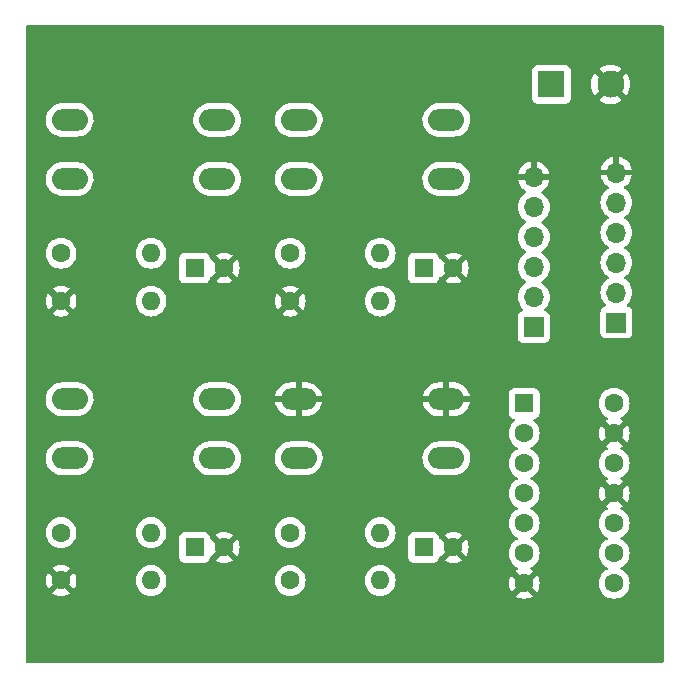
<source format=gbr>
%TF.GenerationSoftware,KiCad,Pcbnew,7.0.8*%
%TF.CreationDate,2023-12-19T15:47:32-08:00*%
%TF.ProjectId,4-button debouncer,342d6275-7474-46f6-9e20-6465626f756e,rev?*%
%TF.SameCoordinates,Original*%
%TF.FileFunction,Copper,L2,Bot*%
%TF.FilePolarity,Positive*%
%FSLAX46Y46*%
G04 Gerber Fmt 4.6, Leading zero omitted, Abs format (unit mm)*
G04 Created by KiCad (PCBNEW 7.0.8) date 2023-12-19 15:47:32*
%MOMM*%
%LPD*%
G01*
G04 APERTURE LIST*
%TA.AperFunction,ComponentPad*%
%ADD10O,3.048000X1.850000*%
%TD*%
%TA.AperFunction,ComponentPad*%
%ADD11C,1.600000*%
%TD*%
%TA.AperFunction,ComponentPad*%
%ADD12O,1.600000X1.600000*%
%TD*%
%TA.AperFunction,ComponentPad*%
%ADD13R,1.600000X1.600000*%
%TD*%
%TA.AperFunction,ComponentPad*%
%ADD14R,1.700000X1.700000*%
%TD*%
%TA.AperFunction,ComponentPad*%
%ADD15O,1.700000X1.700000*%
%TD*%
%TA.AperFunction,ComponentPad*%
%ADD16R,2.300000X2.300000*%
%TD*%
%TA.AperFunction,ComponentPad*%
%ADD17C,2.300000*%
%TD*%
G04 APERTURE END LIST*
D10*
%TO.P,SW4,1,1*%
%TO.N,+5V*%
X54700000Y-81650000D03*
X67200000Y-81650000D03*
%TO.P,SW4,2,2*%
%TO.N,Net-(R6-Pad1)*%
X54700000Y-86650000D03*
X67200000Y-86650000D03*
%TD*%
%TO.P,SW3,1,1*%
%TO.N,+5V*%
X54700000Y-58000000D03*
X67200000Y-58000000D03*
%TO.P,SW3,2,2*%
%TO.N,Net-(R5-Pad1)*%
X54700000Y-63000000D03*
X67200000Y-63000000D03*
%TD*%
%TO.P,SW2,1,1*%
%TO.N,+5V*%
X74100000Y-58000000D03*
X86600000Y-58000000D03*
%TO.P,SW2,2,2*%
%TO.N,Net-(R3-Pad1)*%
X74100000Y-63000000D03*
X86600000Y-63000000D03*
%TD*%
%TO.P,SW1,1,1*%
%TO.N,GND*%
X74100000Y-81650000D03*
X86600000Y-81650000D03*
%TO.P,SW1,2,2*%
%TO.N,Net-(R1-Pad1)*%
X74100000Y-86650000D03*
X86600000Y-86650000D03*
%TD*%
D11*
%TO.P,R8,1*%
%TO.N,GND*%
X53980000Y-73350000D03*
D12*
%TO.P,R8,2*%
%TO.N,/SW3*%
X61600000Y-73350000D03*
%TD*%
D11*
%TO.P,R7,1*%
%TO.N,GND*%
X53980000Y-97000000D03*
D12*
%TO.P,R7,2*%
%TO.N,/SW1*%
X61600000Y-97000000D03*
%TD*%
D11*
%TO.P,R6,1*%
%TO.N,Net-(R6-Pad1)*%
X53980000Y-92950000D03*
D12*
%TO.P,R6,2*%
%TO.N,/SW1*%
X61600000Y-92950000D03*
%TD*%
D11*
%TO.P,R5,1*%
%TO.N,Net-(R5-Pad1)*%
X53980000Y-69300000D03*
D12*
%TO.P,R5,2*%
%TO.N,/SW3*%
X61600000Y-69300000D03*
%TD*%
D11*
%TO.P,R4,1*%
%TO.N,GND*%
X73380000Y-73350000D03*
D12*
%TO.P,R4,2*%
%TO.N,/SW2*%
X81000000Y-73350000D03*
%TD*%
D11*
%TO.P,R3,1*%
%TO.N,Net-(R3-Pad1)*%
X73380000Y-69300000D03*
D12*
%TO.P,R3,2*%
%TO.N,/SW2*%
X81000000Y-69300000D03*
%TD*%
D11*
%TO.P,R2,1*%
%TO.N,+5V*%
X73380000Y-97000000D03*
D12*
%TO.P,R2,2*%
%TO.N,/SW4*%
X81000000Y-97000000D03*
%TD*%
D11*
%TO.P,R1,1*%
%TO.N,Net-(R1-Pad1)*%
X73380000Y-92950000D03*
D12*
%TO.P,R1,2*%
%TO.N,/SW4*%
X81000000Y-92950000D03*
%TD*%
D13*
%TO.P,C5,1*%
%TO.N,/SW4*%
X84689800Y-94200000D03*
D11*
%TO.P,C5,2*%
%TO.N,GND*%
X87189800Y-94200000D03*
%TD*%
D13*
%TO.P,C3,1*%
%TO.N,/SW3*%
X65289800Y-70550000D03*
D11*
%TO.P,C3,2*%
%TO.N,GND*%
X67789800Y-70550000D03*
%TD*%
D13*
%TO.P,C2,1*%
%TO.N,/SW1*%
X65289800Y-94200000D03*
D11*
%TO.P,C2,2*%
%TO.N,GND*%
X67789800Y-94200000D03*
%TD*%
D13*
%TO.P,C1,1*%
%TO.N,/SW2*%
X84689800Y-70550000D03*
D11*
%TO.P,C1,2*%
%TO.N,GND*%
X87189800Y-70550000D03*
%TD*%
D14*
%TO.P,J2,1,Pin_1*%
%TO.N,Net-(J2-Pin_1)*%
X101000000Y-75160000D03*
D15*
%TO.P,J2,2,Pin_2*%
%TO.N,Net-(J2-Pin_2)*%
X101000000Y-72620000D03*
%TO.P,J2,3,Pin_3*%
%TO.N,Net-(J2-Pin_3)*%
X101000000Y-70080000D03*
%TO.P,J2,4,Pin_4*%
%TO.N,Net-(J2-Pin_4)*%
X101000000Y-67540000D03*
%TO.P,J2,5,Pin_5*%
%TO.N,+5V*%
X101000000Y-65000000D03*
%TO.P,J2,6,Pin_6*%
%TO.N,GND*%
X101000000Y-62460000D03*
%TD*%
D14*
%TO.P,J3,1,Pin_1*%
%TO.N,/SW1*%
X94000000Y-75540000D03*
D15*
%TO.P,J3,2,Pin_2*%
%TO.N,/SW2*%
X94000000Y-73000000D03*
%TO.P,J3,3,Pin_3*%
%TO.N,/SW3*%
X94000000Y-70460000D03*
%TO.P,J3,4,Pin_4*%
%TO.N,/SW4*%
X94000000Y-67920000D03*
%TO.P,J3,5,Pin_5*%
%TO.N,+5V*%
X94000000Y-65380000D03*
%TO.P,J3,6,Pin_6*%
%TO.N,GND*%
X94000000Y-62840000D03*
%TD*%
D16*
%TO.P,J1,1*%
%TO.N,+5V*%
X95500000Y-55000000D03*
D17*
%TO.P,J1,2*%
%TO.N,GND*%
X100500000Y-55000000D03*
%TD*%
D13*
%TO.P,U2,1,1A*%
%TO.N,/SW1*%
X93190000Y-82000000D03*
D11*
%TO.P,U2,2,1Y*%
%TO.N,Net-(J2-Pin_1)*%
X93190000Y-84540000D03*
%TO.P,U2,3,2A*%
%TO.N,/SW2*%
X93190000Y-87080000D03*
%TO.P,U2,4,2Y*%
%TO.N,Net-(J2-Pin_2)*%
X93190000Y-89620000D03*
%TO.P,U2,5,3A*%
%TO.N,/SW3*%
X93190000Y-92160000D03*
%TO.P,U2,6,3Y*%
%TO.N,Net-(J2-Pin_3)*%
X93190000Y-94700000D03*
%TO.P,U2,7,GND*%
%TO.N,GND*%
X93190000Y-97240000D03*
%TO.P,U2,8,4Y*%
%TO.N,Net-(J2-Pin_4)*%
X100810000Y-97240000D03*
%TO.P,U2,9,4A*%
%TO.N,/SW4*%
X100810000Y-94700000D03*
%TO.P,U2,10,5Y*%
%TO.N,unconnected-(U2-5Y-Pad10)*%
X100810000Y-92160000D03*
%TO.P,U2,11,5A*%
%TO.N,GND*%
X100810000Y-89620000D03*
%TO.P,U2,12,6Y*%
%TO.N,unconnected-(U2-6Y-Pad12)*%
X100810000Y-87080000D03*
%TO.P,U2,13,6A*%
%TO.N,GND*%
X100810000Y-84540000D03*
%TO.P,U2,14,VCC*%
%TO.N,+5V*%
X100810000Y-82000000D03*
%TD*%
%TA.AperFunction,Conductor*%
%TO.N,GND*%
G36*
X104942539Y-50020185D02*
G01*
X104988294Y-50072989D01*
X104999500Y-50124500D01*
X104999500Y-103875500D01*
X104979815Y-103942539D01*
X104927011Y-103988294D01*
X104875500Y-103999500D01*
X51124500Y-103999500D01*
X51057461Y-103979815D01*
X51011706Y-103927011D01*
X51000500Y-103875500D01*
X51000500Y-97000002D01*
X52675034Y-97000002D01*
X52694858Y-97226599D01*
X52694860Y-97226610D01*
X52753730Y-97446317D01*
X52753734Y-97446326D01*
X52849865Y-97652481D01*
X52849866Y-97652483D01*
X52900973Y-97725471D01*
X52900974Y-97725472D01*
X53582046Y-97044399D01*
X53594835Y-97125148D01*
X53652359Y-97238045D01*
X53741955Y-97327641D01*
X53854852Y-97385165D01*
X53935599Y-97397953D01*
X53254526Y-98079025D01*
X53254526Y-98079026D01*
X53327512Y-98130131D01*
X53327516Y-98130133D01*
X53533673Y-98226265D01*
X53533682Y-98226269D01*
X53753389Y-98285139D01*
X53753400Y-98285141D01*
X53979998Y-98304966D01*
X53980002Y-98304966D01*
X54206599Y-98285141D01*
X54206610Y-98285139D01*
X54426317Y-98226269D01*
X54426331Y-98226264D01*
X54632478Y-98130136D01*
X54705472Y-98079025D01*
X54024401Y-97397953D01*
X54105148Y-97385165D01*
X54218045Y-97327641D01*
X54307641Y-97238045D01*
X54365165Y-97125148D01*
X54377953Y-97044400D01*
X55059025Y-97725472D01*
X55110136Y-97652478D01*
X55206264Y-97446331D01*
X55206269Y-97446317D01*
X55265139Y-97226610D01*
X55265141Y-97226599D01*
X55284966Y-97000002D01*
X55284966Y-97000001D01*
X60294532Y-97000001D01*
X60314364Y-97226686D01*
X60314366Y-97226697D01*
X60373258Y-97446488D01*
X60373261Y-97446497D01*
X60469431Y-97652732D01*
X60469432Y-97652734D01*
X60599954Y-97839141D01*
X60760858Y-98000045D01*
X60760861Y-98000047D01*
X60947266Y-98130568D01*
X61153504Y-98226739D01*
X61373308Y-98285635D01*
X61535230Y-98299801D01*
X61599998Y-98305468D01*
X61600000Y-98305468D01*
X61600002Y-98305468D01*
X61656673Y-98300509D01*
X61826692Y-98285635D01*
X62046496Y-98226739D01*
X62252734Y-98130568D01*
X62439139Y-98000047D01*
X62600047Y-97839139D01*
X62730568Y-97652734D01*
X62826739Y-97446496D01*
X62885635Y-97226692D01*
X62905468Y-97000001D01*
X72074532Y-97000001D01*
X72094364Y-97226686D01*
X72094366Y-97226697D01*
X72153258Y-97446488D01*
X72153261Y-97446497D01*
X72249431Y-97652732D01*
X72249432Y-97652734D01*
X72379954Y-97839141D01*
X72540858Y-98000045D01*
X72540861Y-98000047D01*
X72727266Y-98130568D01*
X72933504Y-98226739D01*
X73153308Y-98285635D01*
X73315230Y-98299801D01*
X73379998Y-98305468D01*
X73380000Y-98305468D01*
X73380002Y-98305468D01*
X73436673Y-98300509D01*
X73606692Y-98285635D01*
X73826496Y-98226739D01*
X74032734Y-98130568D01*
X74219139Y-98000047D01*
X74380047Y-97839139D01*
X74510568Y-97652734D01*
X74606739Y-97446496D01*
X74665635Y-97226692D01*
X74685468Y-97000001D01*
X79694532Y-97000001D01*
X79714364Y-97226686D01*
X79714366Y-97226697D01*
X79773258Y-97446488D01*
X79773261Y-97446497D01*
X79869431Y-97652732D01*
X79869432Y-97652734D01*
X79999954Y-97839141D01*
X80160858Y-98000045D01*
X80160861Y-98000047D01*
X80347266Y-98130568D01*
X80553504Y-98226739D01*
X80773308Y-98285635D01*
X80935230Y-98299801D01*
X80999998Y-98305468D01*
X81000000Y-98305468D01*
X81000002Y-98305468D01*
X81056673Y-98300509D01*
X81226692Y-98285635D01*
X81446496Y-98226739D01*
X81652734Y-98130568D01*
X81839139Y-98000047D01*
X82000047Y-97839139D01*
X82130568Y-97652734D01*
X82226739Y-97446496D01*
X82285635Y-97226692D01*
X82305468Y-97000000D01*
X82285635Y-96773308D01*
X82226739Y-96553504D01*
X82130568Y-96347266D01*
X82000126Y-96160974D01*
X82000045Y-96160858D01*
X81839141Y-95999954D01*
X81652734Y-95869432D01*
X81652732Y-95869431D01*
X81446497Y-95773261D01*
X81446488Y-95773258D01*
X81226697Y-95714366D01*
X81226693Y-95714365D01*
X81226692Y-95714365D01*
X81226691Y-95714364D01*
X81226686Y-95714364D01*
X81000002Y-95694532D01*
X80999998Y-95694532D01*
X80773313Y-95714364D01*
X80773302Y-95714366D01*
X80553511Y-95773258D01*
X80553502Y-95773261D01*
X80347267Y-95869431D01*
X80347265Y-95869432D01*
X80160858Y-95999954D01*
X79999954Y-96160858D01*
X79869432Y-96347265D01*
X79869431Y-96347267D01*
X79773261Y-96553502D01*
X79773258Y-96553511D01*
X79714366Y-96773302D01*
X79714364Y-96773313D01*
X79694532Y-96999998D01*
X79694532Y-97000001D01*
X74685468Y-97000001D01*
X74685468Y-97000000D01*
X74665635Y-96773308D01*
X74606739Y-96553504D01*
X74510568Y-96347266D01*
X74380126Y-96160974D01*
X74380045Y-96160858D01*
X74219141Y-95999954D01*
X74032734Y-95869432D01*
X74032732Y-95869431D01*
X73826497Y-95773261D01*
X73826488Y-95773258D01*
X73606697Y-95714366D01*
X73606693Y-95714365D01*
X73606692Y-95714365D01*
X73606691Y-95714364D01*
X73606686Y-95714364D01*
X73380002Y-95694532D01*
X73379998Y-95694532D01*
X73153313Y-95714364D01*
X73153302Y-95714366D01*
X72933511Y-95773258D01*
X72933502Y-95773261D01*
X72727267Y-95869431D01*
X72727265Y-95869432D01*
X72540858Y-95999954D01*
X72379954Y-96160858D01*
X72249432Y-96347265D01*
X72249431Y-96347267D01*
X72153261Y-96553502D01*
X72153258Y-96553511D01*
X72094366Y-96773302D01*
X72094364Y-96773313D01*
X72074532Y-96999998D01*
X72074532Y-97000001D01*
X62905468Y-97000001D01*
X62905468Y-97000000D01*
X62885635Y-96773308D01*
X62826739Y-96553504D01*
X62730568Y-96347266D01*
X62600126Y-96160974D01*
X62600045Y-96160858D01*
X62439141Y-95999954D01*
X62252734Y-95869432D01*
X62252732Y-95869431D01*
X62046497Y-95773261D01*
X62046488Y-95773258D01*
X61826697Y-95714366D01*
X61826693Y-95714365D01*
X61826692Y-95714365D01*
X61826691Y-95714364D01*
X61826686Y-95714364D01*
X61600002Y-95694532D01*
X61599998Y-95694532D01*
X61373313Y-95714364D01*
X61373302Y-95714366D01*
X61153511Y-95773258D01*
X61153502Y-95773261D01*
X60947267Y-95869431D01*
X60947265Y-95869432D01*
X60760858Y-95999954D01*
X60599954Y-96160858D01*
X60469432Y-96347265D01*
X60469431Y-96347267D01*
X60373261Y-96553502D01*
X60373258Y-96553511D01*
X60314366Y-96773302D01*
X60314364Y-96773313D01*
X60294532Y-96999998D01*
X60294532Y-97000001D01*
X55284966Y-97000001D01*
X55284966Y-96999997D01*
X55265141Y-96773400D01*
X55265139Y-96773389D01*
X55206269Y-96553682D01*
X55206265Y-96553673D01*
X55110133Y-96347516D01*
X55110131Y-96347512D01*
X55059026Y-96274526D01*
X55059025Y-96274526D01*
X54377953Y-96955598D01*
X54365165Y-96874852D01*
X54307641Y-96761955D01*
X54218045Y-96672359D01*
X54105148Y-96614835D01*
X54024400Y-96602046D01*
X54705472Y-95920974D01*
X54705471Y-95920973D01*
X54632483Y-95869866D01*
X54632481Y-95869865D01*
X54426326Y-95773734D01*
X54426317Y-95773730D01*
X54206610Y-95714860D01*
X54206599Y-95714858D01*
X53980002Y-95695034D01*
X53979998Y-95695034D01*
X53753400Y-95714858D01*
X53753389Y-95714860D01*
X53533682Y-95773730D01*
X53533673Y-95773734D01*
X53327513Y-95869868D01*
X53254527Y-95920972D01*
X53254526Y-95920973D01*
X53935600Y-96602046D01*
X53854852Y-96614835D01*
X53741955Y-96672359D01*
X53652359Y-96761955D01*
X53594835Y-96874852D01*
X53582046Y-96955599D01*
X52900973Y-96274526D01*
X52900972Y-96274527D01*
X52849868Y-96347513D01*
X52753734Y-96553673D01*
X52753730Y-96553682D01*
X52694860Y-96773389D01*
X52694858Y-96773400D01*
X52675034Y-96999997D01*
X52675034Y-97000002D01*
X51000500Y-97000002D01*
X51000500Y-95047870D01*
X63989300Y-95047870D01*
X63989301Y-95047876D01*
X63995708Y-95107483D01*
X64046002Y-95242328D01*
X64046006Y-95242335D01*
X64132252Y-95357544D01*
X64132255Y-95357547D01*
X64247464Y-95443793D01*
X64247471Y-95443797D01*
X64382317Y-95494091D01*
X64382316Y-95494091D01*
X64389244Y-95494835D01*
X64441927Y-95500500D01*
X66137672Y-95500499D01*
X66197283Y-95494091D01*
X66332131Y-95443796D01*
X66447346Y-95357546D01*
X66533596Y-95242331D01*
X66583891Y-95107483D01*
X66590300Y-95047873D01*
X66590299Y-95047845D01*
X66590478Y-95044547D01*
X66591983Y-95044627D01*
X66609912Y-94983326D01*
X66662668Y-94937514D01*
X66706264Y-94929981D01*
X67391846Y-94244399D01*
X67404635Y-94325148D01*
X67462159Y-94438045D01*
X67551755Y-94527641D01*
X67664652Y-94585165D01*
X67745399Y-94597953D01*
X67064326Y-95279025D01*
X67064326Y-95279026D01*
X67137312Y-95330131D01*
X67137316Y-95330133D01*
X67343473Y-95426265D01*
X67343482Y-95426269D01*
X67563189Y-95485139D01*
X67563200Y-95485141D01*
X67789798Y-95504966D01*
X67789802Y-95504966D01*
X68016399Y-95485141D01*
X68016410Y-95485139D01*
X68236117Y-95426269D01*
X68236131Y-95426264D01*
X68442278Y-95330136D01*
X68515272Y-95279025D01*
X68284117Y-95047870D01*
X83389300Y-95047870D01*
X83389301Y-95047876D01*
X83395708Y-95107483D01*
X83446002Y-95242328D01*
X83446006Y-95242335D01*
X83532252Y-95357544D01*
X83532255Y-95357547D01*
X83647464Y-95443793D01*
X83647471Y-95443797D01*
X83782317Y-95494091D01*
X83782316Y-95494091D01*
X83789244Y-95494835D01*
X83841927Y-95500500D01*
X85537672Y-95500499D01*
X85597283Y-95494091D01*
X85732131Y-95443796D01*
X85847346Y-95357546D01*
X85933596Y-95242331D01*
X85983891Y-95107483D01*
X85990300Y-95047873D01*
X85990299Y-95047845D01*
X85990478Y-95044547D01*
X85991983Y-95044627D01*
X86009912Y-94983326D01*
X86062668Y-94937514D01*
X86106264Y-94929981D01*
X86791846Y-94244399D01*
X86804635Y-94325148D01*
X86862159Y-94438045D01*
X86951755Y-94527641D01*
X87064652Y-94585165D01*
X87145399Y-94597953D01*
X86464326Y-95279025D01*
X86464326Y-95279026D01*
X86537312Y-95330131D01*
X86537316Y-95330133D01*
X86743473Y-95426265D01*
X86743482Y-95426269D01*
X86963189Y-95485139D01*
X86963200Y-95485141D01*
X87189798Y-95504966D01*
X87189802Y-95504966D01*
X87416399Y-95485141D01*
X87416410Y-95485139D01*
X87636117Y-95426269D01*
X87636131Y-95426264D01*
X87842278Y-95330136D01*
X87915272Y-95279025D01*
X87234201Y-94597953D01*
X87314948Y-94585165D01*
X87427845Y-94527641D01*
X87517441Y-94438045D01*
X87574965Y-94325148D01*
X87587753Y-94244400D01*
X88268825Y-94925472D01*
X88319936Y-94852478D01*
X88391037Y-94700001D01*
X91884532Y-94700001D01*
X91904364Y-94926686D01*
X91904366Y-94926697D01*
X91963258Y-95146488D01*
X91963261Y-95146497D01*
X92059431Y-95352732D01*
X92059432Y-95352734D01*
X92189954Y-95539141D01*
X92350858Y-95700045D01*
X92350861Y-95700047D01*
X92537266Y-95830568D01*
X92595865Y-95857893D01*
X92648305Y-95904065D01*
X92667457Y-95971258D01*
X92647242Y-96038139D01*
X92595867Y-96082657D01*
X92537511Y-96109869D01*
X92464527Y-96160972D01*
X92464526Y-96160973D01*
X93057467Y-96753913D01*
X93047685Y-96755320D01*
X92916900Y-96815048D01*
X92808239Y-96909202D01*
X92730507Y-97030156D01*
X92706923Y-97110476D01*
X92110973Y-96514526D01*
X92110972Y-96514527D01*
X92059868Y-96587513D01*
X91963734Y-96793673D01*
X91963730Y-96793682D01*
X91904860Y-97013389D01*
X91904858Y-97013400D01*
X91885034Y-97239997D01*
X91885034Y-97240002D01*
X91904858Y-97466599D01*
X91904860Y-97466610D01*
X91963730Y-97686317D01*
X91963734Y-97686326D01*
X92059865Y-97892481D01*
X92059866Y-97892483D01*
X92110973Y-97965471D01*
X92110974Y-97965472D01*
X92706922Y-97369523D01*
X92730507Y-97449844D01*
X92808239Y-97570798D01*
X92916900Y-97664952D01*
X93047685Y-97724680D01*
X93057466Y-97726086D01*
X92464526Y-98319025D01*
X92464526Y-98319026D01*
X92537512Y-98370131D01*
X92537516Y-98370133D01*
X92743673Y-98466265D01*
X92743682Y-98466269D01*
X92963389Y-98525139D01*
X92963400Y-98525141D01*
X93189998Y-98544966D01*
X93190002Y-98544966D01*
X93416599Y-98525141D01*
X93416610Y-98525139D01*
X93636317Y-98466269D01*
X93636331Y-98466264D01*
X93842478Y-98370136D01*
X93915472Y-98319025D01*
X93322534Y-97726086D01*
X93332315Y-97724680D01*
X93463100Y-97664952D01*
X93571761Y-97570798D01*
X93649493Y-97449844D01*
X93673076Y-97369523D01*
X94269025Y-97965472D01*
X94320136Y-97892478D01*
X94416264Y-97686331D01*
X94416269Y-97686317D01*
X94475139Y-97466610D01*
X94475141Y-97466599D01*
X94494966Y-97240002D01*
X94494966Y-97240001D01*
X99504532Y-97240001D01*
X99524364Y-97466686D01*
X99524366Y-97466697D01*
X99583258Y-97686488D01*
X99583261Y-97686497D01*
X99679431Y-97892732D01*
X99679432Y-97892734D01*
X99809954Y-98079141D01*
X99970858Y-98240045D01*
X99970861Y-98240047D01*
X100157266Y-98370568D01*
X100363504Y-98466739D01*
X100583308Y-98525635D01*
X100745230Y-98539801D01*
X100809998Y-98545468D01*
X100810000Y-98545468D01*
X100810002Y-98545468D01*
X100866673Y-98540509D01*
X101036692Y-98525635D01*
X101256496Y-98466739D01*
X101462734Y-98370568D01*
X101649139Y-98240047D01*
X101810047Y-98079139D01*
X101940568Y-97892734D01*
X102036739Y-97686496D01*
X102095635Y-97466692D01*
X102115468Y-97240000D01*
X102095635Y-97013308D01*
X102036739Y-96793504D01*
X101940568Y-96587266D01*
X101810047Y-96400861D01*
X101810045Y-96400858D01*
X101649141Y-96239954D01*
X101462734Y-96109432D01*
X101462728Y-96109429D01*
X101404725Y-96082382D01*
X101352285Y-96036210D01*
X101333133Y-95969017D01*
X101353348Y-95902135D01*
X101404725Y-95857618D01*
X101462734Y-95830568D01*
X101649139Y-95700047D01*
X101810047Y-95539139D01*
X101940568Y-95352734D01*
X102036739Y-95146496D01*
X102095635Y-94926692D01*
X102115468Y-94700000D01*
X102095635Y-94473308D01*
X102036739Y-94253504D01*
X101940568Y-94047266D01*
X101810047Y-93860861D01*
X101810045Y-93860858D01*
X101649141Y-93699954D01*
X101462734Y-93569432D01*
X101462728Y-93569429D01*
X101415735Y-93547516D01*
X101404724Y-93542381D01*
X101352285Y-93496210D01*
X101333133Y-93429017D01*
X101353348Y-93362135D01*
X101404725Y-93317618D01*
X101462734Y-93290568D01*
X101649139Y-93160047D01*
X101810047Y-92999139D01*
X101940568Y-92812734D01*
X102036739Y-92606496D01*
X102095635Y-92386692D01*
X102115468Y-92160000D01*
X102095635Y-91933308D01*
X102036739Y-91713504D01*
X101940568Y-91507266D01*
X101810047Y-91320861D01*
X101810045Y-91320858D01*
X101649141Y-91159954D01*
X101462735Y-91029433D01*
X101462736Y-91029433D01*
X101462734Y-91029432D01*
X101404132Y-91002105D01*
X101351694Y-90955933D01*
X101332543Y-90888739D01*
X101352759Y-90821858D01*
X101404135Y-90777341D01*
X101462482Y-90750133D01*
X101535472Y-90699025D01*
X100942534Y-90106086D01*
X100952315Y-90104680D01*
X101083100Y-90044952D01*
X101191761Y-89950798D01*
X101269493Y-89829844D01*
X101293076Y-89749523D01*
X101889025Y-90345472D01*
X101940136Y-90272478D01*
X102036264Y-90066331D01*
X102036269Y-90066317D01*
X102095139Y-89846610D01*
X102095141Y-89846599D01*
X102114966Y-89620002D01*
X102114966Y-89619997D01*
X102095141Y-89393400D01*
X102095139Y-89393389D01*
X102036269Y-89173682D01*
X102036265Y-89173673D01*
X101940133Y-88967516D01*
X101940131Y-88967512D01*
X101889026Y-88894526D01*
X101889025Y-88894526D01*
X101293076Y-89490475D01*
X101269493Y-89410156D01*
X101191761Y-89289202D01*
X101083100Y-89195048D01*
X100952315Y-89135320D01*
X100942533Y-89133913D01*
X101535472Y-88540974D01*
X101535471Y-88540973D01*
X101462483Y-88489866D01*
X101462481Y-88489865D01*
X101404133Y-88462657D01*
X101351694Y-88416484D01*
X101332542Y-88349291D01*
X101352758Y-88282410D01*
X101404129Y-88237895D01*
X101462734Y-88210568D01*
X101649139Y-88080047D01*
X101810047Y-87919139D01*
X101940568Y-87732734D01*
X102036739Y-87526496D01*
X102095635Y-87306692D01*
X102115468Y-87080000D01*
X102114499Y-87068929D01*
X102095635Y-86853313D01*
X102095635Y-86853308D01*
X102036739Y-86633504D01*
X101940568Y-86427266D01*
X101810047Y-86240861D01*
X101810045Y-86240858D01*
X101649141Y-86079954D01*
X101462735Y-85949433D01*
X101462736Y-85949433D01*
X101462734Y-85949432D01*
X101404132Y-85922105D01*
X101351694Y-85875933D01*
X101332543Y-85808739D01*
X101352759Y-85741858D01*
X101404135Y-85697341D01*
X101462482Y-85670133D01*
X101535472Y-85619025D01*
X100942534Y-85026086D01*
X100952315Y-85024680D01*
X101083100Y-84964952D01*
X101191761Y-84870798D01*
X101269493Y-84749844D01*
X101293076Y-84669523D01*
X101889025Y-85265472D01*
X101940136Y-85192478D01*
X102036264Y-84986331D01*
X102036269Y-84986317D01*
X102095139Y-84766610D01*
X102095141Y-84766599D01*
X102114966Y-84540002D01*
X102114966Y-84539997D01*
X102095141Y-84313400D01*
X102095139Y-84313389D01*
X102036269Y-84093682D01*
X102036265Y-84093673D01*
X101940133Y-83887516D01*
X101940131Y-83887512D01*
X101889026Y-83814526D01*
X101889025Y-83814526D01*
X101293076Y-84410475D01*
X101269493Y-84330156D01*
X101191761Y-84209202D01*
X101083100Y-84115048D01*
X100952315Y-84055320D01*
X100942533Y-84053913D01*
X101535472Y-83460974D01*
X101535471Y-83460973D01*
X101462483Y-83409866D01*
X101462481Y-83409865D01*
X101404133Y-83382657D01*
X101351694Y-83336484D01*
X101332542Y-83269291D01*
X101352758Y-83202410D01*
X101404129Y-83157895D01*
X101462734Y-83130568D01*
X101649139Y-83000047D01*
X101810047Y-82839139D01*
X101940568Y-82652734D01*
X102036739Y-82446496D01*
X102095635Y-82226692D01*
X102115468Y-82000000D01*
X102111216Y-81951405D01*
X102106719Y-81900000D01*
X102095635Y-81773308D01*
X102036739Y-81553504D01*
X101940568Y-81347266D01*
X101810047Y-81160861D01*
X101810045Y-81160858D01*
X101649141Y-80999954D01*
X101462734Y-80869432D01*
X101462732Y-80869431D01*
X101256497Y-80773261D01*
X101256488Y-80773258D01*
X101036697Y-80714366D01*
X101036693Y-80714365D01*
X101036692Y-80714365D01*
X101036691Y-80714364D01*
X101036686Y-80714364D01*
X100810002Y-80694532D01*
X100809998Y-80694532D01*
X100583313Y-80714364D01*
X100583302Y-80714366D01*
X100363511Y-80773258D01*
X100363502Y-80773261D01*
X100157267Y-80869431D01*
X100157265Y-80869432D01*
X99970858Y-80999954D01*
X99809954Y-81160858D01*
X99679432Y-81347265D01*
X99679431Y-81347267D01*
X99583261Y-81553502D01*
X99583258Y-81553511D01*
X99524366Y-81773302D01*
X99524364Y-81773313D01*
X99504532Y-81999998D01*
X99504532Y-82000001D01*
X99524364Y-82226686D01*
X99524366Y-82226697D01*
X99583258Y-82446488D01*
X99583261Y-82446497D01*
X99679431Y-82652732D01*
X99679432Y-82652734D01*
X99809954Y-82839141D01*
X99970858Y-83000045D01*
X99970861Y-83000047D01*
X100157266Y-83130568D01*
X100215865Y-83157893D01*
X100268305Y-83204065D01*
X100287457Y-83271258D01*
X100267242Y-83338139D01*
X100215867Y-83382657D01*
X100157511Y-83409869D01*
X100084527Y-83460972D01*
X100084526Y-83460973D01*
X100677467Y-84053913D01*
X100667685Y-84055320D01*
X100536900Y-84115048D01*
X100428239Y-84209202D01*
X100350507Y-84330156D01*
X100326923Y-84410476D01*
X99730973Y-83814526D01*
X99730972Y-83814527D01*
X99679868Y-83887513D01*
X99583734Y-84093673D01*
X99583730Y-84093682D01*
X99524860Y-84313389D01*
X99524858Y-84313400D01*
X99505034Y-84539997D01*
X99505034Y-84540002D01*
X99524858Y-84766599D01*
X99524860Y-84766610D01*
X99583730Y-84986317D01*
X99583734Y-84986326D01*
X99679865Y-85192481D01*
X99679866Y-85192483D01*
X99730973Y-85265471D01*
X99730974Y-85265472D01*
X100326922Y-84669523D01*
X100350507Y-84749844D01*
X100428239Y-84870798D01*
X100536900Y-84964952D01*
X100667685Y-85024680D01*
X100677466Y-85026086D01*
X100084526Y-85619025D01*
X100084526Y-85619026D01*
X100157512Y-85670131D01*
X100157520Y-85670135D01*
X100215865Y-85697342D01*
X100268305Y-85743514D01*
X100287457Y-85810707D01*
X100267242Y-85877589D01*
X100215867Y-85922105D01*
X100157268Y-85949431D01*
X100157264Y-85949433D01*
X99970858Y-86079954D01*
X99809954Y-86240858D01*
X99679432Y-86427265D01*
X99679431Y-86427267D01*
X99583261Y-86633502D01*
X99583258Y-86633511D01*
X99524366Y-86853302D01*
X99524364Y-86853313D01*
X99504532Y-87079998D01*
X99504532Y-87080001D01*
X99524364Y-87306686D01*
X99524366Y-87306697D01*
X99583258Y-87526488D01*
X99583261Y-87526497D01*
X99679431Y-87732732D01*
X99679432Y-87732734D01*
X99809954Y-87919141D01*
X99970858Y-88080045D01*
X99970861Y-88080047D01*
X100157266Y-88210568D01*
X100215865Y-88237893D01*
X100268305Y-88284065D01*
X100287457Y-88351258D01*
X100267242Y-88418139D01*
X100215867Y-88462657D01*
X100157511Y-88489869D01*
X100084527Y-88540972D01*
X100084526Y-88540973D01*
X100677467Y-89133913D01*
X100667685Y-89135320D01*
X100536900Y-89195048D01*
X100428239Y-89289202D01*
X100350507Y-89410156D01*
X100326923Y-89490476D01*
X99730973Y-88894526D01*
X99730972Y-88894527D01*
X99679868Y-88967513D01*
X99583734Y-89173673D01*
X99583730Y-89173682D01*
X99524860Y-89393389D01*
X99524858Y-89393400D01*
X99505034Y-89619997D01*
X99505034Y-89620002D01*
X99524858Y-89846599D01*
X99524860Y-89846610D01*
X99583730Y-90066317D01*
X99583734Y-90066326D01*
X99679865Y-90272481D01*
X99679866Y-90272483D01*
X99730973Y-90345471D01*
X99730974Y-90345472D01*
X100326922Y-89749523D01*
X100350507Y-89829844D01*
X100428239Y-89950798D01*
X100536900Y-90044952D01*
X100667685Y-90104680D01*
X100677466Y-90106086D01*
X100084526Y-90699025D01*
X100084526Y-90699026D01*
X100157512Y-90750131D01*
X100157520Y-90750135D01*
X100215865Y-90777342D01*
X100268305Y-90823514D01*
X100287457Y-90890707D01*
X100267242Y-90957589D01*
X100215867Y-91002105D01*
X100157268Y-91029431D01*
X100157264Y-91029433D01*
X99970858Y-91159954D01*
X99809954Y-91320858D01*
X99679432Y-91507265D01*
X99679431Y-91507267D01*
X99583261Y-91713502D01*
X99583258Y-91713511D01*
X99524366Y-91933302D01*
X99524364Y-91933313D01*
X99504532Y-92159998D01*
X99504532Y-92160001D01*
X99524364Y-92386686D01*
X99524366Y-92386697D01*
X99583258Y-92606488D01*
X99583261Y-92606497D01*
X99679431Y-92812732D01*
X99679432Y-92812734D01*
X99809954Y-92999141D01*
X99970858Y-93160045D01*
X99970861Y-93160047D01*
X100157266Y-93290568D01*
X100215275Y-93317618D01*
X100267714Y-93363791D01*
X100286866Y-93430984D01*
X100266650Y-93497865D01*
X100215275Y-93542382D01*
X100157267Y-93569431D01*
X100157265Y-93569432D01*
X99970858Y-93699954D01*
X99809954Y-93860858D01*
X99679432Y-94047265D01*
X99679431Y-94047267D01*
X99583261Y-94253502D01*
X99583258Y-94253511D01*
X99524366Y-94473302D01*
X99524364Y-94473313D01*
X99504532Y-94699998D01*
X99504532Y-94700001D01*
X99524364Y-94926686D01*
X99524366Y-94926697D01*
X99583258Y-95146488D01*
X99583261Y-95146497D01*
X99679431Y-95352732D01*
X99679432Y-95352734D01*
X99809954Y-95539141D01*
X99970858Y-95700045D01*
X99970861Y-95700047D01*
X100157266Y-95830568D01*
X100215275Y-95857618D01*
X100267714Y-95903791D01*
X100286866Y-95970984D01*
X100266650Y-96037865D01*
X100215275Y-96082382D01*
X100157267Y-96109431D01*
X100157265Y-96109432D01*
X99970858Y-96239954D01*
X99809954Y-96400858D01*
X99679432Y-96587265D01*
X99679431Y-96587267D01*
X99583261Y-96793502D01*
X99583258Y-96793511D01*
X99524366Y-97013302D01*
X99524364Y-97013313D01*
X99504532Y-97239998D01*
X99504532Y-97240001D01*
X94494966Y-97240001D01*
X94494966Y-97239997D01*
X94475141Y-97013400D01*
X94475139Y-97013389D01*
X94416269Y-96793682D01*
X94416265Y-96793673D01*
X94320133Y-96587516D01*
X94320131Y-96587512D01*
X94269026Y-96514526D01*
X94269025Y-96514526D01*
X93673076Y-97110475D01*
X93649493Y-97030156D01*
X93571761Y-96909202D01*
X93463100Y-96815048D01*
X93332315Y-96755320D01*
X93322533Y-96753913D01*
X93915472Y-96160974D01*
X93915471Y-96160973D01*
X93842483Y-96109866D01*
X93842481Y-96109865D01*
X93784133Y-96082657D01*
X93731694Y-96036484D01*
X93712542Y-95969291D01*
X93732758Y-95902410D01*
X93784129Y-95857895D01*
X93842734Y-95830568D01*
X94029139Y-95700047D01*
X94190047Y-95539139D01*
X94320568Y-95352734D01*
X94416739Y-95146496D01*
X94475635Y-94926692D01*
X94495468Y-94700000D01*
X94475635Y-94473308D01*
X94416739Y-94253504D01*
X94320568Y-94047266D01*
X94190047Y-93860861D01*
X94190045Y-93860858D01*
X94029141Y-93699954D01*
X93842734Y-93569432D01*
X93842728Y-93569429D01*
X93795735Y-93547516D01*
X93784724Y-93542381D01*
X93732285Y-93496210D01*
X93713133Y-93429017D01*
X93733348Y-93362135D01*
X93784725Y-93317618D01*
X93842734Y-93290568D01*
X94029139Y-93160047D01*
X94190047Y-92999139D01*
X94320568Y-92812734D01*
X94416739Y-92606496D01*
X94475635Y-92386692D01*
X94495468Y-92160000D01*
X94475635Y-91933308D01*
X94416739Y-91713504D01*
X94320568Y-91507266D01*
X94190047Y-91320861D01*
X94190045Y-91320858D01*
X94029141Y-91159954D01*
X93842734Y-91029432D01*
X93842728Y-91029429D01*
X93784725Y-91002382D01*
X93732285Y-90956210D01*
X93713133Y-90889017D01*
X93733348Y-90822135D01*
X93784725Y-90777618D01*
X93785319Y-90777341D01*
X93842734Y-90750568D01*
X94029139Y-90620047D01*
X94190047Y-90459139D01*
X94320568Y-90272734D01*
X94416739Y-90066496D01*
X94475635Y-89846692D01*
X94495468Y-89620000D01*
X94475635Y-89393308D01*
X94416739Y-89173504D01*
X94320568Y-88967266D01*
X94190047Y-88780861D01*
X94190045Y-88780858D01*
X94029141Y-88619954D01*
X93842734Y-88489432D01*
X93842728Y-88489429D01*
X93784725Y-88462382D01*
X93732285Y-88416210D01*
X93713133Y-88349017D01*
X93733348Y-88282135D01*
X93784725Y-88237618D01*
X93842734Y-88210568D01*
X94029139Y-88080047D01*
X94190047Y-87919139D01*
X94320568Y-87732734D01*
X94416739Y-87526496D01*
X94475635Y-87306692D01*
X94495468Y-87080000D01*
X94494499Y-87068929D01*
X94475635Y-86853313D01*
X94475635Y-86853308D01*
X94416739Y-86633504D01*
X94320568Y-86427266D01*
X94190047Y-86240861D01*
X94190045Y-86240858D01*
X94029141Y-86079954D01*
X93842734Y-85949432D01*
X93842728Y-85949429D01*
X93784725Y-85922382D01*
X93732285Y-85876210D01*
X93713133Y-85809017D01*
X93733348Y-85742135D01*
X93784725Y-85697618D01*
X93785319Y-85697341D01*
X93842734Y-85670568D01*
X94029139Y-85540047D01*
X94190047Y-85379139D01*
X94320568Y-85192734D01*
X94416739Y-84986496D01*
X94475635Y-84766692D01*
X94495468Y-84540000D01*
X94475635Y-84313308D01*
X94416739Y-84093504D01*
X94320568Y-83887266D01*
X94190047Y-83700861D01*
X94190045Y-83700858D01*
X94029143Y-83539956D01*
X94004536Y-83522726D01*
X93960912Y-83468149D01*
X93953719Y-83398650D01*
X93985241Y-83336296D01*
X94045471Y-83300882D01*
X94062404Y-83297861D01*
X94097483Y-83294091D01*
X94232331Y-83243796D01*
X94347546Y-83157546D01*
X94433796Y-83042331D01*
X94484091Y-82907483D01*
X94490500Y-82847873D01*
X94490499Y-81152128D01*
X94484091Y-81092517D01*
X94464817Y-81040842D01*
X94433797Y-80957671D01*
X94433793Y-80957664D01*
X94347547Y-80842455D01*
X94347544Y-80842452D01*
X94232335Y-80756206D01*
X94232328Y-80756202D01*
X94097482Y-80705908D01*
X94097483Y-80705908D01*
X94037883Y-80699501D01*
X94037881Y-80699500D01*
X94037873Y-80699500D01*
X94037864Y-80699500D01*
X92342129Y-80699500D01*
X92342123Y-80699501D01*
X92282516Y-80705908D01*
X92147671Y-80756202D01*
X92147664Y-80756206D01*
X92032455Y-80842452D01*
X92032452Y-80842455D01*
X91946206Y-80957664D01*
X91946202Y-80957671D01*
X91895908Y-81092517D01*
X91892958Y-81119960D01*
X91889501Y-81152123D01*
X91889500Y-81152135D01*
X91889500Y-82847870D01*
X91889501Y-82847876D01*
X91895908Y-82907483D01*
X91946202Y-83042328D01*
X91946206Y-83042335D01*
X92032452Y-83157544D01*
X92032455Y-83157547D01*
X92147664Y-83243793D01*
X92147671Y-83243797D01*
X92192618Y-83260561D01*
X92282517Y-83294091D01*
X92317596Y-83297862D01*
X92382144Y-83324599D01*
X92421993Y-83381991D01*
X92424488Y-83451816D01*
X92388836Y-83511905D01*
X92375464Y-83522725D01*
X92350858Y-83539954D01*
X92189954Y-83700858D01*
X92059432Y-83887265D01*
X92059431Y-83887267D01*
X91963261Y-84093502D01*
X91963258Y-84093511D01*
X91904366Y-84313302D01*
X91904364Y-84313313D01*
X91884532Y-84539998D01*
X91884532Y-84540001D01*
X91904364Y-84766686D01*
X91904366Y-84766697D01*
X91963258Y-84986488D01*
X91963261Y-84986497D01*
X92059431Y-85192732D01*
X92059432Y-85192734D01*
X92189954Y-85379141D01*
X92350858Y-85540045D01*
X92350861Y-85540047D01*
X92537266Y-85670568D01*
X92594681Y-85697341D01*
X92595275Y-85697618D01*
X92647714Y-85743791D01*
X92666866Y-85810984D01*
X92646650Y-85877865D01*
X92595275Y-85922382D01*
X92537267Y-85949431D01*
X92537265Y-85949432D01*
X92350858Y-86079954D01*
X92189954Y-86240858D01*
X92059432Y-86427265D01*
X92059431Y-86427267D01*
X91963261Y-86633502D01*
X91963258Y-86633511D01*
X91904366Y-86853302D01*
X91904364Y-86853313D01*
X91884532Y-87079998D01*
X91884532Y-87080001D01*
X91904364Y-87306686D01*
X91904366Y-87306697D01*
X91963258Y-87526488D01*
X91963261Y-87526497D01*
X92059431Y-87732732D01*
X92059432Y-87732734D01*
X92189954Y-87919141D01*
X92350858Y-88080045D01*
X92350861Y-88080047D01*
X92537266Y-88210568D01*
X92595275Y-88237618D01*
X92647714Y-88283791D01*
X92666866Y-88350984D01*
X92646650Y-88417865D01*
X92595275Y-88462382D01*
X92537267Y-88489431D01*
X92537265Y-88489432D01*
X92350858Y-88619954D01*
X92189954Y-88780858D01*
X92059432Y-88967265D01*
X92059431Y-88967267D01*
X91963261Y-89173502D01*
X91963258Y-89173511D01*
X91904366Y-89393302D01*
X91904364Y-89393313D01*
X91884532Y-89619998D01*
X91884532Y-89620001D01*
X91904364Y-89846686D01*
X91904366Y-89846697D01*
X91963258Y-90066488D01*
X91963261Y-90066497D01*
X92059431Y-90272732D01*
X92059432Y-90272734D01*
X92189954Y-90459141D01*
X92350858Y-90620045D01*
X92350861Y-90620047D01*
X92537266Y-90750568D01*
X92594681Y-90777341D01*
X92595275Y-90777618D01*
X92647714Y-90823791D01*
X92666866Y-90890984D01*
X92646650Y-90957865D01*
X92595275Y-91002382D01*
X92537267Y-91029431D01*
X92537265Y-91029432D01*
X92350858Y-91159954D01*
X92189954Y-91320858D01*
X92059432Y-91507265D01*
X92059431Y-91507267D01*
X91963261Y-91713502D01*
X91963258Y-91713511D01*
X91904366Y-91933302D01*
X91904364Y-91933313D01*
X91884532Y-92159998D01*
X91884532Y-92160001D01*
X91904364Y-92386686D01*
X91904366Y-92386697D01*
X91963258Y-92606488D01*
X91963261Y-92606497D01*
X92059431Y-92812732D01*
X92059432Y-92812734D01*
X92189954Y-92999141D01*
X92350858Y-93160045D01*
X92350861Y-93160047D01*
X92537266Y-93290568D01*
X92595275Y-93317618D01*
X92647714Y-93363791D01*
X92666866Y-93430984D01*
X92646650Y-93497865D01*
X92595275Y-93542382D01*
X92537267Y-93569431D01*
X92537265Y-93569432D01*
X92350858Y-93699954D01*
X92189954Y-93860858D01*
X92059432Y-94047265D01*
X92059431Y-94047267D01*
X91963261Y-94253502D01*
X91963258Y-94253511D01*
X91904366Y-94473302D01*
X91904364Y-94473313D01*
X91884532Y-94699998D01*
X91884532Y-94700001D01*
X88391037Y-94700001D01*
X88416064Y-94646331D01*
X88416069Y-94646317D01*
X88474939Y-94426610D01*
X88474941Y-94426599D01*
X88494766Y-94200002D01*
X88494766Y-94199997D01*
X88474941Y-93973400D01*
X88474939Y-93973389D01*
X88416069Y-93753682D01*
X88416065Y-93753673D01*
X88319933Y-93547516D01*
X88319931Y-93547512D01*
X88268826Y-93474526D01*
X88268825Y-93474526D01*
X87587753Y-94155598D01*
X87574965Y-94074852D01*
X87517441Y-93961955D01*
X87427845Y-93872359D01*
X87314948Y-93814835D01*
X87234200Y-93802046D01*
X87915272Y-93120974D01*
X87915271Y-93120973D01*
X87842283Y-93069866D01*
X87842281Y-93069865D01*
X87636126Y-92973734D01*
X87636117Y-92973730D01*
X87416410Y-92914860D01*
X87416399Y-92914858D01*
X87189802Y-92895034D01*
X87189798Y-92895034D01*
X86963200Y-92914858D01*
X86963189Y-92914860D01*
X86743482Y-92973730D01*
X86743473Y-92973734D01*
X86537313Y-93069868D01*
X86464327Y-93120972D01*
X86464326Y-93120973D01*
X87145400Y-93802046D01*
X87064652Y-93814835D01*
X86951755Y-93872359D01*
X86862159Y-93961955D01*
X86804635Y-94074852D01*
X86791846Y-94155599D01*
X86105598Y-93469351D01*
X86056605Y-93459505D01*
X86006423Y-93410889D01*
X85991781Y-93355366D01*
X85990700Y-93355423D01*
X85990654Y-93355429D01*
X85990653Y-93355426D01*
X85990476Y-93355436D01*
X85990299Y-93352135D01*
X85990299Y-93352128D01*
X85983891Y-93292517D01*
X85933596Y-93157669D01*
X85933595Y-93157668D01*
X85933593Y-93157664D01*
X85847347Y-93042455D01*
X85847344Y-93042452D01*
X85732135Y-92956206D01*
X85732128Y-92956202D01*
X85597282Y-92905908D01*
X85597283Y-92905908D01*
X85537683Y-92899501D01*
X85537681Y-92899500D01*
X85537673Y-92899500D01*
X85537664Y-92899500D01*
X83841929Y-92899500D01*
X83841923Y-92899501D01*
X83782316Y-92905908D01*
X83647471Y-92956202D01*
X83647464Y-92956206D01*
X83532255Y-93042452D01*
X83532252Y-93042455D01*
X83446006Y-93157664D01*
X83446002Y-93157671D01*
X83395708Y-93292517D01*
X83393010Y-93317618D01*
X83389301Y-93352123D01*
X83389300Y-93352135D01*
X83389300Y-95047870D01*
X68284117Y-95047870D01*
X67834201Y-94597953D01*
X67914948Y-94585165D01*
X68027845Y-94527641D01*
X68117441Y-94438045D01*
X68174965Y-94325148D01*
X68187753Y-94244400D01*
X68868825Y-94925472D01*
X68919936Y-94852478D01*
X69016064Y-94646331D01*
X69016069Y-94646317D01*
X69074939Y-94426610D01*
X69074941Y-94426599D01*
X69094766Y-94200002D01*
X69094766Y-94199997D01*
X69074941Y-93973400D01*
X69074939Y-93973389D01*
X69016069Y-93753682D01*
X69016065Y-93753673D01*
X68919933Y-93547516D01*
X68919931Y-93547512D01*
X68868826Y-93474526D01*
X68868825Y-93474526D01*
X68187753Y-94155598D01*
X68174965Y-94074852D01*
X68117441Y-93961955D01*
X68027845Y-93872359D01*
X67914948Y-93814835D01*
X67834200Y-93802046D01*
X68515272Y-93120974D01*
X68515271Y-93120973D01*
X68442283Y-93069866D01*
X68442281Y-93069865D01*
X68236126Y-92973734D01*
X68236117Y-92973730D01*
X68147559Y-92950001D01*
X72074532Y-92950001D01*
X72094364Y-93176686D01*
X72094366Y-93176697D01*
X72153258Y-93396488D01*
X72153261Y-93396497D01*
X72249431Y-93602732D01*
X72249432Y-93602734D01*
X72379954Y-93789141D01*
X72540858Y-93950045D01*
X72574197Y-93973389D01*
X72727266Y-94080568D01*
X72933504Y-94176739D01*
X73153308Y-94235635D01*
X73315230Y-94249801D01*
X73379998Y-94255468D01*
X73380000Y-94255468D01*
X73380002Y-94255468D01*
X73436673Y-94250509D01*
X73606692Y-94235635D01*
X73826496Y-94176739D01*
X74032734Y-94080568D01*
X74219139Y-93950047D01*
X74380047Y-93789139D01*
X74510568Y-93602734D01*
X74606739Y-93396496D01*
X74665635Y-93176692D01*
X74685468Y-92950001D01*
X79694532Y-92950001D01*
X79714364Y-93176686D01*
X79714366Y-93176697D01*
X79773258Y-93396488D01*
X79773261Y-93396497D01*
X79869431Y-93602732D01*
X79869432Y-93602734D01*
X79999954Y-93789141D01*
X80160858Y-93950045D01*
X80194197Y-93973389D01*
X80347266Y-94080568D01*
X80553504Y-94176739D01*
X80773308Y-94235635D01*
X80935230Y-94249801D01*
X80999998Y-94255468D01*
X81000000Y-94255468D01*
X81000002Y-94255468D01*
X81056673Y-94250509D01*
X81226692Y-94235635D01*
X81446496Y-94176739D01*
X81652734Y-94080568D01*
X81839139Y-93950047D01*
X82000047Y-93789139D01*
X82130568Y-93602734D01*
X82226739Y-93396496D01*
X82285635Y-93176692D01*
X82305468Y-92950000D01*
X82302393Y-92914858D01*
X82293459Y-92812734D01*
X82285635Y-92723308D01*
X82226739Y-92503504D01*
X82130568Y-92297266D01*
X82000047Y-92110861D01*
X82000045Y-92110858D01*
X81839141Y-91949954D01*
X81652734Y-91819432D01*
X81652732Y-91819431D01*
X81446497Y-91723261D01*
X81446488Y-91723258D01*
X81226697Y-91664366D01*
X81226693Y-91664365D01*
X81226692Y-91664365D01*
X81226691Y-91664364D01*
X81226686Y-91664364D01*
X81000002Y-91644532D01*
X80999998Y-91644532D01*
X80773313Y-91664364D01*
X80773302Y-91664366D01*
X80553511Y-91723258D01*
X80553502Y-91723261D01*
X80347267Y-91819431D01*
X80347265Y-91819432D01*
X80160858Y-91949954D01*
X79999954Y-92110858D01*
X79869432Y-92297265D01*
X79869431Y-92297267D01*
X79773261Y-92503502D01*
X79773258Y-92503511D01*
X79714366Y-92723302D01*
X79714364Y-92723313D01*
X79694532Y-92949998D01*
X79694532Y-92950001D01*
X74685468Y-92950001D01*
X74685468Y-92950000D01*
X74682393Y-92914858D01*
X74673459Y-92812734D01*
X74665635Y-92723308D01*
X74606739Y-92503504D01*
X74510568Y-92297266D01*
X74380047Y-92110861D01*
X74380045Y-92110858D01*
X74219141Y-91949954D01*
X74032734Y-91819432D01*
X74032732Y-91819431D01*
X73826497Y-91723261D01*
X73826488Y-91723258D01*
X73606697Y-91664366D01*
X73606693Y-91664365D01*
X73606692Y-91664365D01*
X73606691Y-91664364D01*
X73606686Y-91664364D01*
X73380002Y-91644532D01*
X73379998Y-91644532D01*
X73153313Y-91664364D01*
X73153302Y-91664366D01*
X72933511Y-91723258D01*
X72933502Y-91723261D01*
X72727267Y-91819431D01*
X72727265Y-91819432D01*
X72540858Y-91949954D01*
X72379954Y-92110858D01*
X72249432Y-92297265D01*
X72249431Y-92297267D01*
X72153261Y-92503502D01*
X72153258Y-92503511D01*
X72094366Y-92723302D01*
X72094364Y-92723313D01*
X72074532Y-92949998D01*
X72074532Y-92950001D01*
X68147559Y-92950001D01*
X68016410Y-92914860D01*
X68016399Y-92914858D01*
X67789802Y-92895034D01*
X67789798Y-92895034D01*
X67563200Y-92914858D01*
X67563189Y-92914860D01*
X67343482Y-92973730D01*
X67343473Y-92973734D01*
X67137313Y-93069868D01*
X67064327Y-93120972D01*
X67064326Y-93120973D01*
X67745400Y-93802046D01*
X67664652Y-93814835D01*
X67551755Y-93872359D01*
X67462159Y-93961955D01*
X67404635Y-94074852D01*
X67391846Y-94155599D01*
X66705598Y-93469351D01*
X66656605Y-93459505D01*
X66606423Y-93410889D01*
X66591781Y-93355366D01*
X66590700Y-93355423D01*
X66590654Y-93355429D01*
X66590653Y-93355426D01*
X66590476Y-93355436D01*
X66590299Y-93352135D01*
X66590299Y-93352128D01*
X66583891Y-93292517D01*
X66533596Y-93157669D01*
X66533595Y-93157668D01*
X66533593Y-93157664D01*
X66447347Y-93042455D01*
X66447344Y-93042452D01*
X66332135Y-92956206D01*
X66332128Y-92956202D01*
X66197282Y-92905908D01*
X66197283Y-92905908D01*
X66137683Y-92899501D01*
X66137681Y-92899500D01*
X66137673Y-92899500D01*
X66137664Y-92899500D01*
X64441929Y-92899500D01*
X64441923Y-92899501D01*
X64382316Y-92905908D01*
X64247471Y-92956202D01*
X64247464Y-92956206D01*
X64132255Y-93042452D01*
X64132252Y-93042455D01*
X64046006Y-93157664D01*
X64046002Y-93157671D01*
X63995708Y-93292517D01*
X63993010Y-93317618D01*
X63989301Y-93352123D01*
X63989300Y-93352135D01*
X63989300Y-95047870D01*
X51000500Y-95047870D01*
X51000500Y-92950001D01*
X52674532Y-92950001D01*
X52694364Y-93176686D01*
X52694366Y-93176697D01*
X52753258Y-93396488D01*
X52753261Y-93396497D01*
X52849431Y-93602732D01*
X52849432Y-93602734D01*
X52979954Y-93789141D01*
X53140858Y-93950045D01*
X53174197Y-93973389D01*
X53327266Y-94080568D01*
X53533504Y-94176739D01*
X53753308Y-94235635D01*
X53915230Y-94249801D01*
X53979998Y-94255468D01*
X53980000Y-94255468D01*
X53980002Y-94255468D01*
X54036673Y-94250509D01*
X54206692Y-94235635D01*
X54426496Y-94176739D01*
X54632734Y-94080568D01*
X54819139Y-93950047D01*
X54980047Y-93789139D01*
X55110568Y-93602734D01*
X55206739Y-93396496D01*
X55265635Y-93176692D01*
X55285468Y-92950001D01*
X60294532Y-92950001D01*
X60314364Y-93176686D01*
X60314366Y-93176697D01*
X60373258Y-93396488D01*
X60373261Y-93396497D01*
X60469431Y-93602732D01*
X60469432Y-93602734D01*
X60599954Y-93789141D01*
X60760858Y-93950045D01*
X60794197Y-93973389D01*
X60947266Y-94080568D01*
X61153504Y-94176739D01*
X61373308Y-94235635D01*
X61535230Y-94249801D01*
X61599998Y-94255468D01*
X61600000Y-94255468D01*
X61600002Y-94255468D01*
X61656673Y-94250509D01*
X61826692Y-94235635D01*
X62046496Y-94176739D01*
X62252734Y-94080568D01*
X62439139Y-93950047D01*
X62600047Y-93789139D01*
X62730568Y-93602734D01*
X62826739Y-93396496D01*
X62885635Y-93176692D01*
X62905468Y-92950000D01*
X62902393Y-92914858D01*
X62893459Y-92812734D01*
X62885635Y-92723308D01*
X62826739Y-92503504D01*
X62730568Y-92297266D01*
X62600047Y-92110861D01*
X62600045Y-92110858D01*
X62439141Y-91949954D01*
X62252734Y-91819432D01*
X62252732Y-91819431D01*
X62046497Y-91723261D01*
X62046488Y-91723258D01*
X61826697Y-91664366D01*
X61826693Y-91664365D01*
X61826692Y-91664365D01*
X61826691Y-91664364D01*
X61826686Y-91664364D01*
X61600002Y-91644532D01*
X61599998Y-91644532D01*
X61373313Y-91664364D01*
X61373302Y-91664366D01*
X61153511Y-91723258D01*
X61153502Y-91723261D01*
X60947267Y-91819431D01*
X60947265Y-91819432D01*
X60760858Y-91949954D01*
X60599954Y-92110858D01*
X60469432Y-92297265D01*
X60469431Y-92297267D01*
X60373261Y-92503502D01*
X60373258Y-92503511D01*
X60314366Y-92723302D01*
X60314364Y-92723313D01*
X60294532Y-92949998D01*
X60294532Y-92950001D01*
X55285468Y-92950001D01*
X55285468Y-92950000D01*
X55282393Y-92914858D01*
X55273459Y-92812734D01*
X55265635Y-92723308D01*
X55206739Y-92503504D01*
X55110568Y-92297266D01*
X54980047Y-92110861D01*
X54980045Y-92110858D01*
X54819141Y-91949954D01*
X54632734Y-91819432D01*
X54632732Y-91819431D01*
X54426497Y-91723261D01*
X54426488Y-91723258D01*
X54206697Y-91664366D01*
X54206693Y-91664365D01*
X54206692Y-91664365D01*
X54206691Y-91664364D01*
X54206686Y-91664364D01*
X53980002Y-91644532D01*
X53979998Y-91644532D01*
X53753313Y-91664364D01*
X53753302Y-91664366D01*
X53533511Y-91723258D01*
X53533502Y-91723261D01*
X53327267Y-91819431D01*
X53327265Y-91819432D01*
X53140858Y-91949954D01*
X52979954Y-92110858D01*
X52849432Y-92297265D01*
X52849431Y-92297267D01*
X52753261Y-92503502D01*
X52753258Y-92503511D01*
X52694366Y-92723302D01*
X52694364Y-92723313D01*
X52674532Y-92949998D01*
X52674532Y-92950001D01*
X51000500Y-92950001D01*
X51000500Y-86589281D01*
X52671635Y-86589281D01*
X52681933Y-86831715D01*
X52681933Y-86831719D01*
X52733056Y-87068929D01*
X52733057Y-87068932D01*
X52779066Y-87183429D01*
X52823532Y-87294086D01*
X52831294Y-87306692D01*
X52950757Y-87500713D01*
X53111075Y-87682869D01*
X53111079Y-87682873D01*
X53299870Y-87835311D01*
X53511709Y-87953652D01*
X53511712Y-87953653D01*
X53740507Y-88034491D01*
X53740513Y-88034492D01*
X53979662Y-88075499D01*
X53979670Y-88075499D01*
X53979672Y-88075500D01*
X53979673Y-88075500D01*
X55359559Y-88075500D01*
X55540775Y-88060076D01*
X55540775Y-88060075D01*
X55540782Y-88060075D01*
X55775608Y-87998931D01*
X55775611Y-87998930D01*
X55996713Y-87898986D01*
X55996716Y-87898983D01*
X55996723Y-87898981D01*
X56197765Y-87763100D01*
X56372952Y-87595197D01*
X56517244Y-87400102D01*
X56626488Y-87183429D01*
X56697543Y-86951409D01*
X56728365Y-86710719D01*
X56723206Y-86589281D01*
X65171635Y-86589281D01*
X65181933Y-86831715D01*
X65181933Y-86831719D01*
X65233056Y-87068929D01*
X65233057Y-87068932D01*
X65279066Y-87183429D01*
X65323532Y-87294086D01*
X65331294Y-87306692D01*
X65450757Y-87500713D01*
X65611075Y-87682869D01*
X65611079Y-87682873D01*
X65799870Y-87835311D01*
X66011709Y-87953652D01*
X66011712Y-87953653D01*
X66240507Y-88034491D01*
X66240513Y-88034492D01*
X66479662Y-88075499D01*
X66479670Y-88075499D01*
X66479672Y-88075500D01*
X66479673Y-88075500D01*
X67859559Y-88075500D01*
X68040775Y-88060076D01*
X68040775Y-88060075D01*
X68040782Y-88060075D01*
X68275608Y-87998931D01*
X68275611Y-87998930D01*
X68496713Y-87898986D01*
X68496716Y-87898983D01*
X68496723Y-87898981D01*
X68697765Y-87763100D01*
X68872952Y-87595197D01*
X69017244Y-87400102D01*
X69126488Y-87183429D01*
X69197543Y-86951409D01*
X69228365Y-86710719D01*
X69223206Y-86589281D01*
X72071635Y-86589281D01*
X72081933Y-86831715D01*
X72081933Y-86831719D01*
X72133056Y-87068929D01*
X72133057Y-87068932D01*
X72179066Y-87183429D01*
X72223532Y-87294086D01*
X72231294Y-87306692D01*
X72350757Y-87500713D01*
X72511075Y-87682869D01*
X72511079Y-87682873D01*
X72699870Y-87835311D01*
X72911709Y-87953652D01*
X72911712Y-87953653D01*
X73140507Y-88034491D01*
X73140513Y-88034492D01*
X73379662Y-88075499D01*
X73379670Y-88075499D01*
X73379672Y-88075500D01*
X73379673Y-88075500D01*
X74759559Y-88075500D01*
X74940775Y-88060076D01*
X74940775Y-88060075D01*
X74940782Y-88060075D01*
X75175608Y-87998931D01*
X75175611Y-87998930D01*
X75396713Y-87898986D01*
X75396716Y-87898983D01*
X75396723Y-87898981D01*
X75597765Y-87763100D01*
X75772952Y-87595197D01*
X75917244Y-87400102D01*
X76026488Y-87183429D01*
X76097543Y-86951409D01*
X76128365Y-86710719D01*
X76123206Y-86589281D01*
X84571635Y-86589281D01*
X84581933Y-86831715D01*
X84581933Y-86831719D01*
X84633056Y-87068929D01*
X84633057Y-87068932D01*
X84679066Y-87183429D01*
X84723532Y-87294086D01*
X84731294Y-87306692D01*
X84850757Y-87500713D01*
X85011075Y-87682869D01*
X85011079Y-87682873D01*
X85199870Y-87835311D01*
X85411709Y-87953652D01*
X85411712Y-87953653D01*
X85640507Y-88034491D01*
X85640513Y-88034492D01*
X85879662Y-88075499D01*
X85879670Y-88075499D01*
X85879672Y-88075500D01*
X85879673Y-88075500D01*
X87259559Y-88075500D01*
X87440775Y-88060076D01*
X87440775Y-88060075D01*
X87440782Y-88060075D01*
X87675608Y-87998931D01*
X87675611Y-87998930D01*
X87896713Y-87898986D01*
X87896716Y-87898983D01*
X87896723Y-87898981D01*
X88097765Y-87763100D01*
X88272952Y-87595197D01*
X88417244Y-87400102D01*
X88526488Y-87183429D01*
X88597543Y-86951409D01*
X88628365Y-86710719D01*
X88618066Y-86468281D01*
X88609226Y-86427265D01*
X88592271Y-86348591D01*
X88566944Y-86231072D01*
X88476468Y-86005914D01*
X88349242Y-85799286D01*
X88188925Y-85617131D01*
X88188924Y-85617130D01*
X88188920Y-85617126D01*
X88000129Y-85464688D01*
X87788290Y-85346347D01*
X87559500Y-85265511D01*
X87559486Y-85265507D01*
X87320337Y-85224500D01*
X87320328Y-85224500D01*
X85940446Y-85224500D01*
X85940441Y-85224500D01*
X85759224Y-85239923D01*
X85759222Y-85239924D01*
X85524391Y-85301068D01*
X85524388Y-85301069D01*
X85303286Y-85401013D01*
X85303274Y-85401020D01*
X85102234Y-85536900D01*
X85102232Y-85536902D01*
X84927047Y-85704803D01*
X84927046Y-85704804D01*
X84782758Y-85899893D01*
X84673515Y-86116565D01*
X84673512Y-86116571D01*
X84602456Y-86348594D01*
X84571635Y-86589281D01*
X76123206Y-86589281D01*
X76118066Y-86468281D01*
X76109226Y-86427265D01*
X76092271Y-86348591D01*
X76066944Y-86231072D01*
X75976468Y-86005914D01*
X75849242Y-85799286D01*
X75688925Y-85617131D01*
X75688924Y-85617130D01*
X75688920Y-85617126D01*
X75500129Y-85464688D01*
X75288290Y-85346347D01*
X75059500Y-85265511D01*
X75059486Y-85265507D01*
X74820337Y-85224500D01*
X74820328Y-85224500D01*
X73440446Y-85224500D01*
X73440441Y-85224500D01*
X73259224Y-85239923D01*
X73259222Y-85239924D01*
X73024391Y-85301068D01*
X73024388Y-85301069D01*
X72803286Y-85401013D01*
X72803274Y-85401020D01*
X72602234Y-85536900D01*
X72602232Y-85536902D01*
X72427047Y-85704803D01*
X72427046Y-85704804D01*
X72282758Y-85899893D01*
X72173515Y-86116565D01*
X72173512Y-86116571D01*
X72102456Y-86348594D01*
X72071635Y-86589281D01*
X69223206Y-86589281D01*
X69218066Y-86468281D01*
X69209226Y-86427265D01*
X69192271Y-86348591D01*
X69166944Y-86231072D01*
X69076468Y-86005914D01*
X68949242Y-85799286D01*
X68788925Y-85617131D01*
X68788924Y-85617130D01*
X68788920Y-85617126D01*
X68600129Y-85464688D01*
X68388290Y-85346347D01*
X68159500Y-85265511D01*
X68159486Y-85265507D01*
X67920337Y-85224500D01*
X67920328Y-85224500D01*
X66540446Y-85224500D01*
X66540441Y-85224500D01*
X66359224Y-85239923D01*
X66359222Y-85239924D01*
X66124391Y-85301068D01*
X66124388Y-85301069D01*
X65903286Y-85401013D01*
X65903274Y-85401020D01*
X65702234Y-85536900D01*
X65702232Y-85536902D01*
X65527047Y-85704803D01*
X65527046Y-85704804D01*
X65382758Y-85899893D01*
X65273515Y-86116565D01*
X65273512Y-86116571D01*
X65202456Y-86348594D01*
X65171635Y-86589281D01*
X56723206Y-86589281D01*
X56718066Y-86468281D01*
X56709226Y-86427265D01*
X56692271Y-86348591D01*
X56666944Y-86231072D01*
X56576468Y-86005914D01*
X56449242Y-85799286D01*
X56288925Y-85617131D01*
X56288924Y-85617130D01*
X56288920Y-85617126D01*
X56100129Y-85464688D01*
X55888290Y-85346347D01*
X55659500Y-85265511D01*
X55659486Y-85265507D01*
X55420337Y-85224500D01*
X55420328Y-85224500D01*
X54040446Y-85224500D01*
X54040441Y-85224500D01*
X53859224Y-85239923D01*
X53859222Y-85239924D01*
X53624391Y-85301068D01*
X53624388Y-85301069D01*
X53403286Y-85401013D01*
X53403274Y-85401020D01*
X53202234Y-85536900D01*
X53202232Y-85536902D01*
X53027047Y-85704803D01*
X53027046Y-85704804D01*
X52882758Y-85899893D01*
X52773515Y-86116565D01*
X52773512Y-86116571D01*
X52702456Y-86348594D01*
X52671635Y-86589281D01*
X51000500Y-86589281D01*
X51000500Y-81589281D01*
X52671635Y-81589281D01*
X52681933Y-81831715D01*
X52681933Y-81831719D01*
X52733056Y-82068929D01*
X52733057Y-82068932D01*
X52823530Y-82294082D01*
X52823532Y-82294086D01*
X52888649Y-82399843D01*
X52950757Y-82500713D01*
X53111075Y-82682869D01*
X53111079Y-82682873D01*
X53299870Y-82835311D01*
X53511709Y-82953652D01*
X53511712Y-82953653D01*
X53740507Y-83034491D01*
X53740513Y-83034492D01*
X53979662Y-83075499D01*
X53979670Y-83075499D01*
X53979672Y-83075500D01*
X53979673Y-83075500D01*
X55359559Y-83075500D01*
X55540775Y-83060076D01*
X55540775Y-83060075D01*
X55540782Y-83060075D01*
X55775608Y-82998931D01*
X55775611Y-82998930D01*
X55996713Y-82898986D01*
X55996716Y-82898983D01*
X55996723Y-82898981D01*
X56197765Y-82763100D01*
X56372952Y-82595197D01*
X56517244Y-82400102D01*
X56626488Y-82183429D01*
X56697543Y-81951409D01*
X56728365Y-81710719D01*
X56723206Y-81589281D01*
X65171635Y-81589281D01*
X65181933Y-81831715D01*
X65181933Y-81831719D01*
X65233056Y-82068929D01*
X65233057Y-82068932D01*
X65323530Y-82294082D01*
X65323532Y-82294086D01*
X65388649Y-82399843D01*
X65450757Y-82500713D01*
X65611075Y-82682869D01*
X65611079Y-82682873D01*
X65799870Y-82835311D01*
X66011709Y-82953652D01*
X66011712Y-82953653D01*
X66240507Y-83034491D01*
X66240513Y-83034492D01*
X66479662Y-83075499D01*
X66479670Y-83075499D01*
X66479672Y-83075500D01*
X66479673Y-83075500D01*
X67859559Y-83075500D01*
X68040775Y-83060076D01*
X68040775Y-83060075D01*
X68040782Y-83060075D01*
X68275608Y-82998931D01*
X68275611Y-82998930D01*
X68496713Y-82898986D01*
X68496716Y-82898983D01*
X68496723Y-82898981D01*
X68697765Y-82763100D01*
X68872952Y-82595197D01*
X69017244Y-82400102D01*
X69126488Y-82183429D01*
X69197543Y-81951409D01*
X69228365Y-81710719D01*
X69218066Y-81468281D01*
X69203350Y-81399999D01*
X72096377Y-81399999D01*
X72096378Y-81400000D01*
X73499272Y-81400000D01*
X73476900Y-81447543D01*
X73446127Y-81608862D01*
X73456439Y-81772766D01*
X73497780Y-81900000D01*
X72097161Y-81900000D01*
X72133536Y-82068782D01*
X72133537Y-82068785D01*
X72223978Y-82293856D01*
X72351161Y-82500415D01*
X72511422Y-82682507D01*
X72511426Y-82682511D01*
X72700144Y-82834890D01*
X72700150Y-82834894D01*
X72911917Y-82953194D01*
X73140629Y-83034003D01*
X73140637Y-83034005D01*
X73379706Y-83074999D01*
X73379715Y-83075000D01*
X73850000Y-83075000D01*
X73850000Y-82254310D01*
X73858817Y-82259158D01*
X74017886Y-82300000D01*
X74140894Y-82300000D01*
X74262933Y-82284583D01*
X74350000Y-82250110D01*
X74350000Y-83075000D01*
X74759539Y-83075000D01*
X74940692Y-83059582D01*
X75175440Y-82998458D01*
X75396472Y-82898546D01*
X75396480Y-82898541D01*
X75597450Y-82762708D01*
X75597453Y-82762706D01*
X75772575Y-82594864D01*
X75772576Y-82594863D01*
X75916813Y-82399843D01*
X76026021Y-82183242D01*
X76097053Y-81951299D01*
X76103622Y-81900000D01*
X74700728Y-81900000D01*
X74723100Y-81852457D01*
X74753873Y-81691138D01*
X74743561Y-81527234D01*
X74702220Y-81400000D01*
X76102839Y-81400000D01*
X76102839Y-81399999D01*
X84596377Y-81399999D01*
X84596378Y-81400000D01*
X85999272Y-81400000D01*
X85976900Y-81447543D01*
X85946127Y-81608862D01*
X85956439Y-81772766D01*
X85997780Y-81900000D01*
X84597161Y-81900000D01*
X84633536Y-82068782D01*
X84633537Y-82068785D01*
X84723978Y-82293856D01*
X84851161Y-82500415D01*
X85011422Y-82682507D01*
X85011426Y-82682511D01*
X85200144Y-82834890D01*
X85200150Y-82834894D01*
X85411917Y-82953194D01*
X85640629Y-83034003D01*
X85640637Y-83034005D01*
X85879706Y-83074999D01*
X85879715Y-83075000D01*
X86350000Y-83075000D01*
X86350000Y-82254310D01*
X86358817Y-82259158D01*
X86517886Y-82300000D01*
X86640894Y-82300000D01*
X86762933Y-82284583D01*
X86850000Y-82250110D01*
X86850000Y-83075000D01*
X87259539Y-83075000D01*
X87440692Y-83059582D01*
X87675440Y-82998458D01*
X87896472Y-82898546D01*
X87896480Y-82898541D01*
X88097450Y-82762708D01*
X88097453Y-82762706D01*
X88272575Y-82594864D01*
X88272576Y-82594863D01*
X88416813Y-82399843D01*
X88526021Y-82183242D01*
X88597053Y-81951299D01*
X88603622Y-81900000D01*
X87200728Y-81900000D01*
X87223100Y-81852457D01*
X87253873Y-81691138D01*
X87243561Y-81527234D01*
X87202220Y-81400000D01*
X88602839Y-81400000D01*
X88566463Y-81231217D01*
X88566462Y-81231214D01*
X88476021Y-81006143D01*
X88348838Y-80799584D01*
X88188577Y-80617492D01*
X88188573Y-80617488D01*
X87999855Y-80465109D01*
X87999849Y-80465105D01*
X87788082Y-80346805D01*
X87559370Y-80265996D01*
X87559362Y-80265994D01*
X87320293Y-80225000D01*
X86850000Y-80225000D01*
X86850000Y-81045689D01*
X86841183Y-81040842D01*
X86682114Y-81000000D01*
X86559106Y-81000000D01*
X86437067Y-81015417D01*
X86350000Y-81049889D01*
X86350000Y-80225000D01*
X85940461Y-80225000D01*
X85759307Y-80240417D01*
X85524559Y-80301541D01*
X85303527Y-80401453D01*
X85303519Y-80401458D01*
X85102549Y-80537291D01*
X85102546Y-80537293D01*
X84927424Y-80705135D01*
X84927423Y-80705136D01*
X84783186Y-80900156D01*
X84673978Y-81116757D01*
X84602946Y-81348700D01*
X84596377Y-81399999D01*
X76102839Y-81399999D01*
X76066463Y-81231217D01*
X76066462Y-81231214D01*
X75976021Y-81006143D01*
X75848838Y-80799584D01*
X75688577Y-80617492D01*
X75688573Y-80617488D01*
X75499855Y-80465109D01*
X75499849Y-80465105D01*
X75288082Y-80346805D01*
X75059370Y-80265996D01*
X75059362Y-80265994D01*
X74820293Y-80225000D01*
X74350000Y-80225000D01*
X74350000Y-81045689D01*
X74341183Y-81040842D01*
X74182114Y-81000000D01*
X74059106Y-81000000D01*
X73937067Y-81015417D01*
X73850000Y-81049889D01*
X73850000Y-80225000D01*
X73440461Y-80225000D01*
X73259307Y-80240417D01*
X73024559Y-80301541D01*
X72803527Y-80401453D01*
X72803519Y-80401458D01*
X72602549Y-80537291D01*
X72602546Y-80537293D01*
X72427424Y-80705135D01*
X72427423Y-80705136D01*
X72283186Y-80900156D01*
X72173978Y-81116757D01*
X72102946Y-81348700D01*
X72096377Y-81399999D01*
X69203350Y-81399999D01*
X69166944Y-81231072D01*
X69076468Y-81005914D01*
X68949242Y-80799286D01*
X68788925Y-80617131D01*
X68788924Y-80617130D01*
X68788920Y-80617126D01*
X68600129Y-80464688D01*
X68388290Y-80346347D01*
X68159500Y-80265511D01*
X68159486Y-80265507D01*
X67920337Y-80224500D01*
X67920328Y-80224500D01*
X66540446Y-80224500D01*
X66540441Y-80224500D01*
X66359224Y-80239923D01*
X66359222Y-80239924D01*
X66359218Y-80239924D01*
X66359218Y-80239925D01*
X66351732Y-80241874D01*
X66124391Y-80301068D01*
X66124388Y-80301069D01*
X65903286Y-80401013D01*
X65903274Y-80401020D01*
X65702234Y-80536900D01*
X65702232Y-80536902D01*
X65527047Y-80704803D01*
X65527046Y-80704804D01*
X65382758Y-80899893D01*
X65273515Y-81116565D01*
X65273512Y-81116571D01*
X65202456Y-81348594D01*
X65171635Y-81589281D01*
X56723206Y-81589281D01*
X56718066Y-81468281D01*
X56666944Y-81231072D01*
X56576468Y-81005914D01*
X56449242Y-80799286D01*
X56288925Y-80617131D01*
X56288924Y-80617130D01*
X56288920Y-80617126D01*
X56100129Y-80464688D01*
X55888290Y-80346347D01*
X55659500Y-80265511D01*
X55659486Y-80265507D01*
X55420337Y-80224500D01*
X55420328Y-80224500D01*
X54040446Y-80224500D01*
X54040441Y-80224500D01*
X53859224Y-80239923D01*
X53859222Y-80239924D01*
X53859218Y-80239924D01*
X53859218Y-80239925D01*
X53851732Y-80241874D01*
X53624391Y-80301068D01*
X53624388Y-80301069D01*
X53403286Y-80401013D01*
X53403274Y-80401020D01*
X53202234Y-80536900D01*
X53202232Y-80536902D01*
X53027047Y-80704803D01*
X53027046Y-80704804D01*
X52882758Y-80899893D01*
X52773515Y-81116565D01*
X52773512Y-81116571D01*
X52702456Y-81348594D01*
X52671635Y-81589281D01*
X51000500Y-81589281D01*
X51000500Y-73350002D01*
X52675034Y-73350002D01*
X52694858Y-73576599D01*
X52694860Y-73576610D01*
X52753730Y-73796317D01*
X52753734Y-73796326D01*
X52849865Y-74002481D01*
X52849866Y-74002483D01*
X52900973Y-74075471D01*
X52900974Y-74075472D01*
X53582046Y-73394399D01*
X53594835Y-73475148D01*
X53652359Y-73588045D01*
X53741955Y-73677641D01*
X53854852Y-73735165D01*
X53935599Y-73747953D01*
X53254526Y-74429025D01*
X53254526Y-74429026D01*
X53327512Y-74480131D01*
X53327516Y-74480133D01*
X53533673Y-74576265D01*
X53533682Y-74576269D01*
X53753389Y-74635139D01*
X53753400Y-74635141D01*
X53979998Y-74654966D01*
X53980002Y-74654966D01*
X54206599Y-74635141D01*
X54206610Y-74635139D01*
X54426317Y-74576269D01*
X54426331Y-74576264D01*
X54632478Y-74480136D01*
X54705472Y-74429025D01*
X54024401Y-73747953D01*
X54105148Y-73735165D01*
X54218045Y-73677641D01*
X54307641Y-73588045D01*
X54365165Y-73475148D01*
X54377953Y-73394400D01*
X55059025Y-74075472D01*
X55110136Y-74002478D01*
X55206264Y-73796331D01*
X55206269Y-73796317D01*
X55265139Y-73576610D01*
X55265141Y-73576599D01*
X55284966Y-73350002D01*
X55284966Y-73350001D01*
X60294532Y-73350001D01*
X60314364Y-73576686D01*
X60314366Y-73576697D01*
X60373258Y-73796488D01*
X60373261Y-73796497D01*
X60469431Y-74002732D01*
X60469432Y-74002734D01*
X60599954Y-74189141D01*
X60760858Y-74350045D01*
X60760861Y-74350047D01*
X60947266Y-74480568D01*
X61153504Y-74576739D01*
X61373308Y-74635635D01*
X61535230Y-74649801D01*
X61599998Y-74655468D01*
X61600000Y-74655468D01*
X61600002Y-74655468D01*
X61656673Y-74650509D01*
X61826692Y-74635635D01*
X62046496Y-74576739D01*
X62252734Y-74480568D01*
X62439139Y-74350047D01*
X62600047Y-74189139D01*
X62730568Y-74002734D01*
X62826739Y-73796496D01*
X62885635Y-73576692D01*
X62905468Y-73350002D01*
X72075034Y-73350002D01*
X72094858Y-73576599D01*
X72094860Y-73576610D01*
X72153730Y-73796317D01*
X72153734Y-73796326D01*
X72249865Y-74002481D01*
X72249866Y-74002483D01*
X72300973Y-74075471D01*
X72300974Y-74075472D01*
X72982046Y-73394399D01*
X72994835Y-73475148D01*
X73052359Y-73588045D01*
X73141955Y-73677641D01*
X73254852Y-73735165D01*
X73335599Y-73747953D01*
X72654526Y-74429025D01*
X72654526Y-74429026D01*
X72727512Y-74480131D01*
X72727516Y-74480133D01*
X72933673Y-74576265D01*
X72933682Y-74576269D01*
X73153389Y-74635139D01*
X73153400Y-74635141D01*
X73379998Y-74654966D01*
X73380002Y-74654966D01*
X73606599Y-74635141D01*
X73606610Y-74635139D01*
X73826317Y-74576269D01*
X73826331Y-74576264D01*
X74032478Y-74480136D01*
X74105472Y-74429025D01*
X73424401Y-73747953D01*
X73505148Y-73735165D01*
X73618045Y-73677641D01*
X73707641Y-73588045D01*
X73765165Y-73475148D01*
X73777953Y-73394400D01*
X74459025Y-74075472D01*
X74510136Y-74002478D01*
X74606264Y-73796331D01*
X74606269Y-73796317D01*
X74665139Y-73576610D01*
X74665141Y-73576599D01*
X74684966Y-73350002D01*
X74684966Y-73350001D01*
X79694532Y-73350001D01*
X79714364Y-73576686D01*
X79714366Y-73576697D01*
X79773258Y-73796488D01*
X79773261Y-73796497D01*
X79869431Y-74002732D01*
X79869432Y-74002734D01*
X79999954Y-74189141D01*
X80160858Y-74350045D01*
X80160861Y-74350047D01*
X80347266Y-74480568D01*
X80553504Y-74576739D01*
X80773308Y-74635635D01*
X80935230Y-74649801D01*
X80999998Y-74655468D01*
X81000000Y-74655468D01*
X81000002Y-74655468D01*
X81056673Y-74650509D01*
X81226692Y-74635635D01*
X81446496Y-74576739D01*
X81652734Y-74480568D01*
X81839139Y-74350047D01*
X82000047Y-74189139D01*
X82130568Y-74002734D01*
X82226739Y-73796496D01*
X82285635Y-73576692D01*
X82305468Y-73350000D01*
X82285635Y-73123308D01*
X82252595Y-73000000D01*
X92644341Y-73000000D01*
X92664936Y-73235403D01*
X92664938Y-73235413D01*
X92726094Y-73463655D01*
X92726096Y-73463659D01*
X92726097Y-73463663D01*
X92795886Y-73613325D01*
X92825965Y-73677830D01*
X92825967Y-73677834D01*
X92911701Y-73800274D01*
X92961501Y-73871396D01*
X92961506Y-73871402D01*
X93083430Y-73993326D01*
X93116915Y-74054649D01*
X93111931Y-74124341D01*
X93070059Y-74180274D01*
X93039083Y-74197189D01*
X92907669Y-74246203D01*
X92907664Y-74246206D01*
X92792455Y-74332452D01*
X92792452Y-74332455D01*
X92706206Y-74447664D01*
X92706202Y-74447671D01*
X92655908Y-74582517D01*
X92650251Y-74635139D01*
X92649501Y-74642123D01*
X92649500Y-74642135D01*
X92649500Y-76437870D01*
X92649501Y-76437876D01*
X92655908Y-76497483D01*
X92706202Y-76632328D01*
X92706206Y-76632335D01*
X92792452Y-76747544D01*
X92792455Y-76747547D01*
X92907664Y-76833793D01*
X92907671Y-76833797D01*
X93042517Y-76884091D01*
X93042516Y-76884091D01*
X93049444Y-76884835D01*
X93102127Y-76890500D01*
X94897872Y-76890499D01*
X94957483Y-76884091D01*
X95092331Y-76833796D01*
X95207546Y-76747546D01*
X95293796Y-76632331D01*
X95344091Y-76497483D01*
X95350500Y-76437873D01*
X95350499Y-74642128D01*
X95344091Y-74582517D01*
X95341759Y-74576265D01*
X95293797Y-74447671D01*
X95293793Y-74447664D01*
X95207547Y-74332455D01*
X95207544Y-74332452D01*
X95092335Y-74246206D01*
X95092328Y-74246202D01*
X94960917Y-74197189D01*
X94904983Y-74155318D01*
X94880566Y-74089853D01*
X94895418Y-74021580D01*
X94916563Y-73993332D01*
X95038495Y-73871401D01*
X95174035Y-73677830D01*
X95273903Y-73463663D01*
X95335063Y-73235408D01*
X95355659Y-73000000D01*
X95335063Y-72764592D01*
X95296320Y-72620000D01*
X99644341Y-72620000D01*
X99664936Y-72855403D01*
X99664938Y-72855413D01*
X99726094Y-73083655D01*
X99726096Y-73083659D01*
X99726097Y-73083663D01*
X99825965Y-73297830D01*
X99825967Y-73297834D01*
X99862496Y-73350002D01*
X99961501Y-73491396D01*
X99961506Y-73491402D01*
X100083430Y-73613326D01*
X100116915Y-73674649D01*
X100111931Y-73744341D01*
X100070059Y-73800274D01*
X100039083Y-73817189D01*
X99907669Y-73866203D01*
X99907664Y-73866206D01*
X99792455Y-73952452D01*
X99792452Y-73952455D01*
X99706206Y-74067664D01*
X99706202Y-74067671D01*
X99655908Y-74202517D01*
X99649501Y-74262116D01*
X99649501Y-74262123D01*
X99649500Y-74262135D01*
X99649500Y-76057870D01*
X99649501Y-76057876D01*
X99655908Y-76117483D01*
X99706202Y-76252328D01*
X99706206Y-76252335D01*
X99792452Y-76367544D01*
X99792455Y-76367547D01*
X99907664Y-76453793D01*
X99907671Y-76453797D01*
X100042517Y-76504091D01*
X100042516Y-76504091D01*
X100049444Y-76504835D01*
X100102127Y-76510500D01*
X101897872Y-76510499D01*
X101957483Y-76504091D01*
X102092331Y-76453796D01*
X102207546Y-76367546D01*
X102293796Y-76252331D01*
X102344091Y-76117483D01*
X102350500Y-76057873D01*
X102350499Y-74262128D01*
X102344091Y-74202517D01*
X102341626Y-74195909D01*
X102293797Y-74067671D01*
X102293793Y-74067664D01*
X102207547Y-73952455D01*
X102207544Y-73952452D01*
X102092335Y-73866206D01*
X102092328Y-73866202D01*
X101960917Y-73817189D01*
X101904983Y-73775318D01*
X101880566Y-73709853D01*
X101895418Y-73641580D01*
X101916563Y-73613332D01*
X102038495Y-73491401D01*
X102174035Y-73297830D01*
X102273903Y-73083663D01*
X102335063Y-72855408D01*
X102355659Y-72620000D01*
X102335063Y-72384592D01*
X102273903Y-72156337D01*
X102174035Y-71942171D01*
X102109846Y-71850498D01*
X102038494Y-71748597D01*
X101871402Y-71581506D01*
X101871396Y-71581501D01*
X101685842Y-71451575D01*
X101642217Y-71396998D01*
X101635023Y-71327500D01*
X101666546Y-71265145D01*
X101685842Y-71248425D01*
X101751461Y-71202478D01*
X101871401Y-71118495D01*
X102038495Y-70951401D01*
X102174035Y-70757830D01*
X102273903Y-70543663D01*
X102335063Y-70315408D01*
X102355659Y-70080000D01*
X102335063Y-69844592D01*
X102273903Y-69616337D01*
X102174035Y-69402171D01*
X102167232Y-69392454D01*
X102038494Y-69208597D01*
X101871402Y-69041506D01*
X101871396Y-69041501D01*
X101685842Y-68911575D01*
X101642217Y-68856998D01*
X101635023Y-68787500D01*
X101666546Y-68725145D01*
X101685842Y-68708425D01*
X101773187Y-68647265D01*
X101871401Y-68578495D01*
X102038495Y-68411401D01*
X102174035Y-68217830D01*
X102273903Y-68003663D01*
X102335063Y-67775408D01*
X102355659Y-67540000D01*
X102335063Y-67304592D01*
X102273903Y-67076337D01*
X102174035Y-66862171D01*
X102096596Y-66751575D01*
X102038494Y-66668597D01*
X101871402Y-66501506D01*
X101871396Y-66501501D01*
X101685842Y-66371575D01*
X101642217Y-66316998D01*
X101635023Y-66247500D01*
X101666546Y-66185145D01*
X101685842Y-66168425D01*
X101708026Y-66152891D01*
X101871401Y-66038495D01*
X102038495Y-65871401D01*
X102174035Y-65677830D01*
X102273903Y-65463663D01*
X102335063Y-65235408D01*
X102355659Y-65000000D01*
X102335063Y-64764592D01*
X102273903Y-64536337D01*
X102174035Y-64322171D01*
X102084674Y-64194549D01*
X102038494Y-64128597D01*
X101871402Y-63961506D01*
X101871401Y-63961505D01*
X101685405Y-63831269D01*
X101641781Y-63776692D01*
X101634588Y-63707193D01*
X101666110Y-63644839D01*
X101685405Y-63628119D01*
X101871082Y-63498105D01*
X102038105Y-63331082D01*
X102173600Y-63137578D01*
X102273429Y-62923492D01*
X102273432Y-62923486D01*
X102330636Y-62710000D01*
X101433686Y-62710000D01*
X101459493Y-62669844D01*
X101500000Y-62531889D01*
X101500000Y-62388111D01*
X101459493Y-62250156D01*
X101433686Y-62210000D01*
X102330636Y-62210000D01*
X102330635Y-62209999D01*
X102273432Y-61996513D01*
X102273429Y-61996507D01*
X102173600Y-61782422D01*
X102173599Y-61782420D01*
X102038113Y-61588926D01*
X102038108Y-61588920D01*
X101871082Y-61421894D01*
X101677578Y-61286399D01*
X101463492Y-61186570D01*
X101463486Y-61186567D01*
X101250000Y-61129364D01*
X101250000Y-62024498D01*
X101142315Y-61975320D01*
X101035763Y-61960000D01*
X100964237Y-61960000D01*
X100857685Y-61975320D01*
X100750000Y-62024498D01*
X100750000Y-61129364D01*
X100749999Y-61129364D01*
X100536513Y-61186567D01*
X100536507Y-61186570D01*
X100322422Y-61286399D01*
X100322420Y-61286400D01*
X100128926Y-61421886D01*
X100128920Y-61421891D01*
X99961891Y-61588920D01*
X99961886Y-61588926D01*
X99826400Y-61782420D01*
X99826399Y-61782422D01*
X99726570Y-61996507D01*
X99726567Y-61996513D01*
X99669364Y-62209999D01*
X99669364Y-62210000D01*
X100566314Y-62210000D01*
X100540507Y-62250156D01*
X100500000Y-62388111D01*
X100500000Y-62531889D01*
X100540507Y-62669844D01*
X100566314Y-62710000D01*
X99669364Y-62710000D01*
X99726567Y-62923486D01*
X99726570Y-62923492D01*
X99826399Y-63137578D01*
X99961894Y-63331082D01*
X100128917Y-63498105D01*
X100314595Y-63628119D01*
X100358219Y-63682696D01*
X100365412Y-63752195D01*
X100333890Y-63814549D01*
X100314595Y-63831269D01*
X100128594Y-63961508D01*
X99961505Y-64128597D01*
X99825965Y-64322169D01*
X99825964Y-64322171D01*
X99726098Y-64536335D01*
X99726094Y-64536344D01*
X99664938Y-64764586D01*
X99664936Y-64764596D01*
X99644341Y-64999999D01*
X99644341Y-65000000D01*
X99664936Y-65235403D01*
X99664938Y-65235413D01*
X99726094Y-65463655D01*
X99726096Y-65463659D01*
X99726097Y-65463663D01*
X99825965Y-65677830D01*
X99825967Y-65677834D01*
X99961501Y-65871395D01*
X99961506Y-65871402D01*
X100128597Y-66038493D01*
X100128603Y-66038498D01*
X100314158Y-66168425D01*
X100357783Y-66223002D01*
X100364977Y-66292500D01*
X100333454Y-66354855D01*
X100314158Y-66371575D01*
X100128597Y-66501505D01*
X99961505Y-66668597D01*
X99825965Y-66862169D01*
X99825964Y-66862171D01*
X99726098Y-67076335D01*
X99726094Y-67076344D01*
X99664938Y-67304586D01*
X99664936Y-67304596D01*
X99644341Y-67539999D01*
X99644341Y-67540000D01*
X99664936Y-67775403D01*
X99664938Y-67775413D01*
X99726094Y-68003655D01*
X99726096Y-68003659D01*
X99726097Y-68003663D01*
X99803396Y-68169431D01*
X99825965Y-68217830D01*
X99825967Y-68217834D01*
X99961501Y-68411395D01*
X99961506Y-68411402D01*
X100128597Y-68578493D01*
X100128603Y-68578498D01*
X100314158Y-68708425D01*
X100357783Y-68763002D01*
X100364977Y-68832500D01*
X100333454Y-68894855D01*
X100314158Y-68911575D01*
X100128597Y-69041505D01*
X99961505Y-69208597D01*
X99825965Y-69402169D01*
X99825964Y-69402171D01*
X99726098Y-69616335D01*
X99726094Y-69616344D01*
X99664938Y-69844586D01*
X99664936Y-69844596D01*
X99644341Y-70079999D01*
X99644341Y-70080000D01*
X99664936Y-70315403D01*
X99664938Y-70315413D01*
X99726094Y-70543655D01*
X99726096Y-70543659D01*
X99726097Y-70543663D01*
X99825965Y-70757830D01*
X99825967Y-70757834D01*
X99928001Y-70903553D01*
X99950136Y-70935165D01*
X99961501Y-70951395D01*
X99961506Y-70951402D01*
X100128597Y-71118493D01*
X100128603Y-71118498D01*
X100314158Y-71248425D01*
X100357783Y-71303002D01*
X100364977Y-71372500D01*
X100333454Y-71434855D01*
X100314158Y-71451575D01*
X100128597Y-71581505D01*
X99961505Y-71748597D01*
X99825965Y-71942169D01*
X99825964Y-71942171D01*
X99726098Y-72156335D01*
X99726094Y-72156344D01*
X99664938Y-72384586D01*
X99664936Y-72384596D01*
X99644341Y-72619999D01*
X99644341Y-72620000D01*
X95296320Y-72620000D01*
X95273903Y-72536337D01*
X95174035Y-72322171D01*
X95138186Y-72270972D01*
X95038494Y-72128597D01*
X94871402Y-71961506D01*
X94871396Y-71961501D01*
X94685842Y-71831575D01*
X94642217Y-71776998D01*
X94635023Y-71707500D01*
X94666546Y-71645145D01*
X94685842Y-71628425D01*
X94752849Y-71581506D01*
X94871401Y-71498495D01*
X95038495Y-71331401D01*
X95174035Y-71137830D01*
X95273903Y-70923663D01*
X95335063Y-70695408D01*
X95355659Y-70460000D01*
X95335063Y-70224592D01*
X95273903Y-69996337D01*
X95174035Y-69782171D01*
X95159134Y-69760889D01*
X95038494Y-69588597D01*
X94871402Y-69421506D01*
X94871396Y-69421501D01*
X94685842Y-69291575D01*
X94642217Y-69236998D01*
X94635023Y-69167500D01*
X94666546Y-69105145D01*
X94685842Y-69088425D01*
X94752849Y-69041506D01*
X94871401Y-68958495D01*
X95038495Y-68791401D01*
X95174035Y-68597830D01*
X95273903Y-68383663D01*
X95335063Y-68155408D01*
X95355659Y-67920000D01*
X95335063Y-67684592D01*
X95273903Y-67456337D01*
X95174035Y-67242171D01*
X95057923Y-67076344D01*
X95038494Y-67048597D01*
X94871402Y-66881506D01*
X94871396Y-66881501D01*
X94685842Y-66751575D01*
X94642217Y-66696998D01*
X94635023Y-66627500D01*
X94666546Y-66565145D01*
X94685842Y-66548425D01*
X94752849Y-66501506D01*
X94871401Y-66418495D01*
X95038495Y-66251401D01*
X95174035Y-66057830D01*
X95273903Y-65843663D01*
X95335063Y-65615408D01*
X95355659Y-65380000D01*
X95335063Y-65144592D01*
X95273903Y-64916337D01*
X95174035Y-64702171D01*
X95057923Y-64536344D01*
X95038494Y-64508597D01*
X94871402Y-64341506D01*
X94871401Y-64341505D01*
X94685405Y-64211269D01*
X94641781Y-64156692D01*
X94634588Y-64087193D01*
X94666110Y-64024839D01*
X94685405Y-64008119D01*
X94871082Y-63878105D01*
X95038105Y-63711082D01*
X95173600Y-63517578D01*
X95273429Y-63303492D01*
X95273432Y-63303486D01*
X95330636Y-63090000D01*
X94433686Y-63090000D01*
X94459493Y-63049844D01*
X94500000Y-62911889D01*
X94500000Y-62768111D01*
X94459493Y-62630156D01*
X94433686Y-62590000D01*
X95330636Y-62590000D01*
X95330635Y-62589999D01*
X95273432Y-62376513D01*
X95273429Y-62376507D01*
X95173600Y-62162422D01*
X95173599Y-62162420D01*
X95038113Y-61968926D01*
X95038108Y-61968920D01*
X94871082Y-61801894D01*
X94677578Y-61666399D01*
X94463492Y-61566570D01*
X94463486Y-61566567D01*
X94250000Y-61509364D01*
X94250000Y-62404498D01*
X94142315Y-62355320D01*
X94035763Y-62340000D01*
X93964237Y-62340000D01*
X93857685Y-62355320D01*
X93750000Y-62404498D01*
X93750000Y-61509364D01*
X93749999Y-61509364D01*
X93536513Y-61566567D01*
X93536507Y-61566570D01*
X93322422Y-61666399D01*
X93322420Y-61666400D01*
X93128926Y-61801886D01*
X93128920Y-61801891D01*
X92961891Y-61968920D01*
X92961886Y-61968926D01*
X92826400Y-62162420D01*
X92826399Y-62162422D01*
X92726570Y-62376507D01*
X92726567Y-62376513D01*
X92669364Y-62589999D01*
X92669364Y-62590000D01*
X93566314Y-62590000D01*
X93540507Y-62630156D01*
X93500000Y-62768111D01*
X93500000Y-62911889D01*
X93540507Y-63049844D01*
X93566314Y-63090000D01*
X92669364Y-63090000D01*
X92726567Y-63303486D01*
X92726570Y-63303492D01*
X92826399Y-63517578D01*
X92961894Y-63711082D01*
X93128917Y-63878105D01*
X93314595Y-64008119D01*
X93358219Y-64062696D01*
X93365412Y-64132195D01*
X93333890Y-64194549D01*
X93314595Y-64211269D01*
X93128594Y-64341508D01*
X92961505Y-64508597D01*
X92825965Y-64702169D01*
X92825964Y-64702171D01*
X92726098Y-64916335D01*
X92726094Y-64916344D01*
X92664938Y-65144586D01*
X92664936Y-65144596D01*
X92644341Y-65379999D01*
X92644341Y-65380000D01*
X92664936Y-65615403D01*
X92664938Y-65615413D01*
X92726094Y-65843655D01*
X92726096Y-65843659D01*
X92726097Y-65843663D01*
X92739032Y-65871402D01*
X92825965Y-66057830D01*
X92825967Y-66057834D01*
X92915112Y-66185145D01*
X92958773Y-66247500D01*
X92961501Y-66251395D01*
X92961506Y-66251402D01*
X93128597Y-66418493D01*
X93128603Y-66418498D01*
X93314158Y-66548425D01*
X93357783Y-66603002D01*
X93364977Y-66672500D01*
X93333454Y-66734855D01*
X93314158Y-66751575D01*
X93128597Y-66881505D01*
X92961505Y-67048597D01*
X92825965Y-67242169D01*
X92825964Y-67242171D01*
X92726098Y-67456335D01*
X92726094Y-67456344D01*
X92664938Y-67684586D01*
X92664936Y-67684596D01*
X92644341Y-67919999D01*
X92644341Y-67920000D01*
X92664936Y-68155403D01*
X92664938Y-68155413D01*
X92726094Y-68383655D01*
X92726096Y-68383659D01*
X92726097Y-68383663D01*
X92739032Y-68411402D01*
X92825965Y-68597830D01*
X92825967Y-68597834D01*
X92915112Y-68725145D01*
X92958773Y-68787500D01*
X92961501Y-68791395D01*
X92961506Y-68791402D01*
X93128597Y-68958493D01*
X93128603Y-68958498D01*
X93314158Y-69088425D01*
X93357783Y-69143002D01*
X93364977Y-69212500D01*
X93333454Y-69274855D01*
X93314158Y-69291575D01*
X93128597Y-69421505D01*
X92961505Y-69588597D01*
X92825965Y-69782169D01*
X92825964Y-69782171D01*
X92726098Y-69996335D01*
X92726094Y-69996344D01*
X92664938Y-70224586D01*
X92664936Y-70224596D01*
X92644341Y-70459999D01*
X92644341Y-70460000D01*
X92664936Y-70695403D01*
X92664938Y-70695413D01*
X92726094Y-70923655D01*
X92726096Y-70923659D01*
X92726097Y-70923663D01*
X92759983Y-70996331D01*
X92825965Y-71137830D01*
X92825967Y-71137834D01*
X92915112Y-71265145D01*
X92958773Y-71327500D01*
X92961501Y-71331395D01*
X92961506Y-71331402D01*
X93128597Y-71498493D01*
X93128603Y-71498498D01*
X93314158Y-71628425D01*
X93357783Y-71683002D01*
X93364977Y-71752500D01*
X93333454Y-71814855D01*
X93314158Y-71831575D01*
X93128597Y-71961505D01*
X92961505Y-72128597D01*
X92825965Y-72322169D01*
X92825964Y-72322171D01*
X92726098Y-72536335D01*
X92726094Y-72536344D01*
X92664938Y-72764586D01*
X92664936Y-72764596D01*
X92644341Y-72999999D01*
X92644341Y-73000000D01*
X82252595Y-73000000D01*
X82226739Y-72903504D01*
X82130568Y-72697266D01*
X82000047Y-72510861D01*
X82000045Y-72510858D01*
X81839141Y-72349954D01*
X81652734Y-72219432D01*
X81652732Y-72219431D01*
X81446497Y-72123261D01*
X81446488Y-72123258D01*
X81226697Y-72064366D01*
X81226693Y-72064365D01*
X81226692Y-72064365D01*
X81226691Y-72064364D01*
X81226686Y-72064364D01*
X81000002Y-72044532D01*
X80999998Y-72044532D01*
X80773313Y-72064364D01*
X80773302Y-72064366D01*
X80553511Y-72123258D01*
X80553502Y-72123261D01*
X80347267Y-72219431D01*
X80347265Y-72219432D01*
X80160858Y-72349954D01*
X79999954Y-72510858D01*
X79869432Y-72697265D01*
X79869431Y-72697267D01*
X79773261Y-72903502D01*
X79773258Y-72903511D01*
X79714366Y-73123302D01*
X79714364Y-73123313D01*
X79694532Y-73349998D01*
X79694532Y-73350001D01*
X74684966Y-73350001D01*
X74684966Y-73349997D01*
X74665141Y-73123400D01*
X74665139Y-73123389D01*
X74606269Y-72903682D01*
X74606265Y-72903673D01*
X74510133Y-72697516D01*
X74510131Y-72697512D01*
X74459026Y-72624526D01*
X74459025Y-72624526D01*
X73777953Y-73305598D01*
X73765165Y-73224852D01*
X73707641Y-73111955D01*
X73618045Y-73022359D01*
X73505148Y-72964835D01*
X73424400Y-72952046D01*
X74105472Y-72270974D01*
X74105471Y-72270973D01*
X74032483Y-72219866D01*
X74032481Y-72219865D01*
X73826326Y-72123734D01*
X73826317Y-72123730D01*
X73606610Y-72064860D01*
X73606599Y-72064858D01*
X73380002Y-72045034D01*
X73379998Y-72045034D01*
X73153400Y-72064858D01*
X73153389Y-72064860D01*
X72933682Y-72123730D01*
X72933673Y-72123734D01*
X72727513Y-72219868D01*
X72654527Y-72270972D01*
X72654526Y-72270973D01*
X73335600Y-72952046D01*
X73254852Y-72964835D01*
X73141955Y-73022359D01*
X73052359Y-73111955D01*
X72994835Y-73224852D01*
X72982046Y-73305599D01*
X72300973Y-72624526D01*
X72300972Y-72624527D01*
X72249868Y-72697513D01*
X72153734Y-72903673D01*
X72153730Y-72903682D01*
X72094860Y-73123389D01*
X72094858Y-73123400D01*
X72075034Y-73349997D01*
X72075034Y-73350002D01*
X62905468Y-73350002D01*
X62905468Y-73350000D01*
X62885635Y-73123308D01*
X62826739Y-72903504D01*
X62730568Y-72697266D01*
X62600047Y-72510861D01*
X62600045Y-72510858D01*
X62439141Y-72349954D01*
X62252734Y-72219432D01*
X62252732Y-72219431D01*
X62046497Y-72123261D01*
X62046488Y-72123258D01*
X61826697Y-72064366D01*
X61826693Y-72064365D01*
X61826692Y-72064365D01*
X61826691Y-72064364D01*
X61826686Y-72064364D01*
X61600002Y-72044532D01*
X61599998Y-72044532D01*
X61373313Y-72064364D01*
X61373302Y-72064366D01*
X61153511Y-72123258D01*
X61153502Y-72123261D01*
X60947267Y-72219431D01*
X60947265Y-72219432D01*
X60760858Y-72349954D01*
X60599954Y-72510858D01*
X60469432Y-72697265D01*
X60469431Y-72697267D01*
X60373261Y-72903502D01*
X60373258Y-72903511D01*
X60314366Y-73123302D01*
X60314364Y-73123313D01*
X60294532Y-73349998D01*
X60294532Y-73350001D01*
X55284966Y-73350001D01*
X55284966Y-73349997D01*
X55265141Y-73123400D01*
X55265139Y-73123389D01*
X55206269Y-72903682D01*
X55206265Y-72903673D01*
X55110133Y-72697516D01*
X55110131Y-72697512D01*
X55059026Y-72624526D01*
X55059025Y-72624526D01*
X54377953Y-73305598D01*
X54365165Y-73224852D01*
X54307641Y-73111955D01*
X54218045Y-73022359D01*
X54105148Y-72964835D01*
X54024400Y-72952046D01*
X54705472Y-72270974D01*
X54705471Y-72270973D01*
X54632483Y-72219866D01*
X54632481Y-72219865D01*
X54426326Y-72123734D01*
X54426317Y-72123730D01*
X54206610Y-72064860D01*
X54206599Y-72064858D01*
X53980002Y-72045034D01*
X53979998Y-72045034D01*
X53753400Y-72064858D01*
X53753389Y-72064860D01*
X53533682Y-72123730D01*
X53533673Y-72123734D01*
X53327513Y-72219868D01*
X53254527Y-72270972D01*
X53254526Y-72270973D01*
X53935600Y-72952046D01*
X53854852Y-72964835D01*
X53741955Y-73022359D01*
X53652359Y-73111955D01*
X53594835Y-73224852D01*
X53582046Y-73305599D01*
X52900973Y-72624526D01*
X52900972Y-72624527D01*
X52849868Y-72697513D01*
X52753734Y-72903673D01*
X52753730Y-72903682D01*
X52694860Y-73123389D01*
X52694858Y-73123400D01*
X52675034Y-73349997D01*
X52675034Y-73350002D01*
X51000500Y-73350002D01*
X51000500Y-71397870D01*
X63989300Y-71397870D01*
X63989301Y-71397876D01*
X63995708Y-71457483D01*
X64046002Y-71592328D01*
X64046006Y-71592335D01*
X64132252Y-71707544D01*
X64132255Y-71707547D01*
X64247464Y-71793793D01*
X64247471Y-71793797D01*
X64382317Y-71844091D01*
X64382316Y-71844091D01*
X64389244Y-71844835D01*
X64441927Y-71850500D01*
X66137672Y-71850499D01*
X66197283Y-71844091D01*
X66332131Y-71793796D01*
X66447346Y-71707546D01*
X66533596Y-71592331D01*
X66583891Y-71457483D01*
X66590300Y-71397873D01*
X66590299Y-71397845D01*
X66590478Y-71394547D01*
X66591983Y-71394627D01*
X66609912Y-71333326D01*
X66662668Y-71287514D01*
X66706264Y-71279981D01*
X67391846Y-70594399D01*
X67404635Y-70675148D01*
X67462159Y-70788045D01*
X67551755Y-70877641D01*
X67664652Y-70935165D01*
X67745399Y-70947953D01*
X67064326Y-71629025D01*
X67064326Y-71629026D01*
X67137312Y-71680131D01*
X67137316Y-71680133D01*
X67343473Y-71776265D01*
X67343482Y-71776269D01*
X67563189Y-71835139D01*
X67563200Y-71835141D01*
X67789798Y-71854966D01*
X67789802Y-71854966D01*
X68016399Y-71835141D01*
X68016410Y-71835139D01*
X68236117Y-71776269D01*
X68236131Y-71776264D01*
X68442278Y-71680136D01*
X68515272Y-71629025D01*
X68284117Y-71397870D01*
X83389300Y-71397870D01*
X83389301Y-71397876D01*
X83395708Y-71457483D01*
X83446002Y-71592328D01*
X83446006Y-71592335D01*
X83532252Y-71707544D01*
X83532255Y-71707547D01*
X83647464Y-71793793D01*
X83647471Y-71793797D01*
X83782317Y-71844091D01*
X83782316Y-71844091D01*
X83789244Y-71844835D01*
X83841927Y-71850500D01*
X85537672Y-71850499D01*
X85597283Y-71844091D01*
X85732131Y-71793796D01*
X85847346Y-71707546D01*
X85933596Y-71592331D01*
X85983891Y-71457483D01*
X85990300Y-71397873D01*
X85990299Y-71397845D01*
X85990478Y-71394547D01*
X85991983Y-71394627D01*
X86009912Y-71333326D01*
X86062668Y-71287514D01*
X86106264Y-71279981D01*
X86791846Y-70594399D01*
X86804635Y-70675148D01*
X86862159Y-70788045D01*
X86951755Y-70877641D01*
X87064652Y-70935165D01*
X87145399Y-70947953D01*
X86464326Y-71629025D01*
X86464326Y-71629026D01*
X86537312Y-71680131D01*
X86537316Y-71680133D01*
X86743473Y-71776265D01*
X86743482Y-71776269D01*
X86963189Y-71835139D01*
X86963200Y-71835141D01*
X87189798Y-71854966D01*
X87189802Y-71854966D01*
X87416399Y-71835141D01*
X87416410Y-71835139D01*
X87636117Y-71776269D01*
X87636131Y-71776264D01*
X87842278Y-71680136D01*
X87915272Y-71629025D01*
X87234201Y-70947953D01*
X87314948Y-70935165D01*
X87427845Y-70877641D01*
X87517441Y-70788045D01*
X87574965Y-70675148D01*
X87587753Y-70594400D01*
X88268825Y-71275472D01*
X88319936Y-71202478D01*
X88416064Y-70996331D01*
X88416069Y-70996317D01*
X88474939Y-70776610D01*
X88474941Y-70776599D01*
X88494766Y-70550002D01*
X88494766Y-70549997D01*
X88474941Y-70323400D01*
X88474939Y-70323389D01*
X88416069Y-70103682D01*
X88416065Y-70103673D01*
X88319933Y-69897516D01*
X88319931Y-69897512D01*
X88268826Y-69824526D01*
X88268825Y-69824526D01*
X87587753Y-70505598D01*
X87574965Y-70424852D01*
X87517441Y-70311955D01*
X87427845Y-70222359D01*
X87314948Y-70164835D01*
X87234200Y-70152046D01*
X87915272Y-69470974D01*
X87915271Y-69470973D01*
X87842283Y-69419866D01*
X87842281Y-69419865D01*
X87636126Y-69323734D01*
X87636117Y-69323730D01*
X87416410Y-69264860D01*
X87416399Y-69264858D01*
X87189802Y-69245034D01*
X87189798Y-69245034D01*
X86963200Y-69264858D01*
X86963189Y-69264860D01*
X86743482Y-69323730D01*
X86743473Y-69323734D01*
X86537313Y-69419868D01*
X86464327Y-69470972D01*
X86464326Y-69470973D01*
X87145400Y-70152046D01*
X87064652Y-70164835D01*
X86951755Y-70222359D01*
X86862159Y-70311955D01*
X86804635Y-70424852D01*
X86791846Y-70505599D01*
X86105598Y-69819351D01*
X86056605Y-69809505D01*
X86006423Y-69760889D01*
X85991781Y-69705366D01*
X85990700Y-69705423D01*
X85990654Y-69705429D01*
X85990653Y-69705426D01*
X85990476Y-69705436D01*
X85990299Y-69702135D01*
X85990299Y-69702128D01*
X85983891Y-69642517D01*
X85933596Y-69507669D01*
X85933595Y-69507668D01*
X85933593Y-69507664D01*
X85847347Y-69392455D01*
X85847344Y-69392452D01*
X85732135Y-69306206D01*
X85732128Y-69306202D01*
X85597282Y-69255908D01*
X85597283Y-69255908D01*
X85537683Y-69249501D01*
X85537681Y-69249500D01*
X85537673Y-69249500D01*
X85537664Y-69249500D01*
X83841929Y-69249500D01*
X83841923Y-69249501D01*
X83782316Y-69255908D01*
X83647471Y-69306202D01*
X83647464Y-69306206D01*
X83532255Y-69392452D01*
X83532252Y-69392455D01*
X83446006Y-69507664D01*
X83446002Y-69507671D01*
X83395708Y-69642517D01*
X83389301Y-69702116D01*
X83389301Y-69702123D01*
X83389300Y-69702135D01*
X83389300Y-71397870D01*
X68284117Y-71397870D01*
X67834201Y-70947953D01*
X67914948Y-70935165D01*
X68027845Y-70877641D01*
X68117441Y-70788045D01*
X68174965Y-70675148D01*
X68187753Y-70594400D01*
X68868825Y-71275472D01*
X68919936Y-71202478D01*
X69016064Y-70996331D01*
X69016069Y-70996317D01*
X69074939Y-70776610D01*
X69074941Y-70776599D01*
X69094766Y-70550002D01*
X69094766Y-70549997D01*
X69074941Y-70323400D01*
X69074939Y-70323389D01*
X69016069Y-70103682D01*
X69016065Y-70103673D01*
X68919933Y-69897516D01*
X68919931Y-69897512D01*
X68868826Y-69824526D01*
X68868825Y-69824526D01*
X68187753Y-70505598D01*
X68174965Y-70424852D01*
X68117441Y-70311955D01*
X68027845Y-70222359D01*
X67914948Y-70164835D01*
X67834200Y-70152046D01*
X68515272Y-69470974D01*
X68515271Y-69470973D01*
X68442283Y-69419866D01*
X68442281Y-69419865D01*
X68236126Y-69323734D01*
X68236117Y-69323730D01*
X68147559Y-69300001D01*
X72074532Y-69300001D01*
X72094364Y-69526686D01*
X72094366Y-69526697D01*
X72153258Y-69746488D01*
X72153261Y-69746497D01*
X72249431Y-69952732D01*
X72249432Y-69952734D01*
X72379954Y-70139141D01*
X72540858Y-70300045D01*
X72562792Y-70315403D01*
X72727266Y-70430568D01*
X72933504Y-70526739D01*
X73153308Y-70585635D01*
X73315230Y-70599801D01*
X73379998Y-70605468D01*
X73380000Y-70605468D01*
X73380002Y-70605468D01*
X73436673Y-70600509D01*
X73606692Y-70585635D01*
X73826496Y-70526739D01*
X74032734Y-70430568D01*
X74219139Y-70300047D01*
X74380047Y-70139139D01*
X74510568Y-69952734D01*
X74606739Y-69746496D01*
X74665635Y-69526692D01*
X74685468Y-69300001D01*
X79694532Y-69300001D01*
X79714364Y-69526686D01*
X79714366Y-69526697D01*
X79773258Y-69746488D01*
X79773261Y-69746497D01*
X79869431Y-69952732D01*
X79869432Y-69952734D01*
X79999954Y-70139141D01*
X80160858Y-70300045D01*
X80182792Y-70315403D01*
X80347266Y-70430568D01*
X80553504Y-70526739D01*
X80773308Y-70585635D01*
X80935230Y-70599801D01*
X80999998Y-70605468D01*
X81000000Y-70605468D01*
X81000002Y-70605468D01*
X81056673Y-70600509D01*
X81226692Y-70585635D01*
X81446496Y-70526739D01*
X81652734Y-70430568D01*
X81839139Y-70300047D01*
X82000047Y-70139139D01*
X82130568Y-69952734D01*
X82226739Y-69746496D01*
X82285635Y-69526692D01*
X82305468Y-69300000D01*
X82302393Y-69264858D01*
X82287448Y-69094035D01*
X82285635Y-69073308D01*
X82226739Y-68853504D01*
X82130568Y-68647266D01*
X82000047Y-68460861D01*
X82000045Y-68460858D01*
X81839141Y-68299954D01*
X81652734Y-68169432D01*
X81652732Y-68169431D01*
X81446497Y-68073261D01*
X81446488Y-68073258D01*
X81226697Y-68014366D01*
X81226693Y-68014365D01*
X81226692Y-68014365D01*
X81226691Y-68014364D01*
X81226686Y-68014364D01*
X81000002Y-67994532D01*
X80999998Y-67994532D01*
X80773313Y-68014364D01*
X80773302Y-68014366D01*
X80553511Y-68073258D01*
X80553502Y-68073261D01*
X80347267Y-68169431D01*
X80347265Y-68169432D01*
X80160858Y-68299954D01*
X79999954Y-68460858D01*
X79869432Y-68647265D01*
X79869431Y-68647267D01*
X79773261Y-68853502D01*
X79773258Y-68853511D01*
X79714366Y-69073302D01*
X79714364Y-69073313D01*
X79694532Y-69299998D01*
X79694532Y-69300001D01*
X74685468Y-69300001D01*
X74685468Y-69300000D01*
X74682393Y-69264858D01*
X74667448Y-69094035D01*
X74665635Y-69073308D01*
X74606739Y-68853504D01*
X74510568Y-68647266D01*
X74380047Y-68460861D01*
X74380045Y-68460858D01*
X74219141Y-68299954D01*
X74032734Y-68169432D01*
X74032732Y-68169431D01*
X73826497Y-68073261D01*
X73826488Y-68073258D01*
X73606697Y-68014366D01*
X73606693Y-68014365D01*
X73606692Y-68014365D01*
X73606691Y-68014364D01*
X73606686Y-68014364D01*
X73380002Y-67994532D01*
X73379998Y-67994532D01*
X73153313Y-68014364D01*
X73153302Y-68014366D01*
X72933511Y-68073258D01*
X72933502Y-68073261D01*
X72727267Y-68169431D01*
X72727265Y-68169432D01*
X72540858Y-68299954D01*
X72379954Y-68460858D01*
X72249432Y-68647265D01*
X72249431Y-68647267D01*
X72153261Y-68853502D01*
X72153258Y-68853511D01*
X72094366Y-69073302D01*
X72094364Y-69073313D01*
X72074532Y-69299998D01*
X72074532Y-69300001D01*
X68147559Y-69300001D01*
X68016410Y-69264860D01*
X68016399Y-69264858D01*
X67789802Y-69245034D01*
X67789798Y-69245034D01*
X67563200Y-69264858D01*
X67563189Y-69264860D01*
X67343482Y-69323730D01*
X67343473Y-69323734D01*
X67137313Y-69419868D01*
X67064327Y-69470972D01*
X67064326Y-69470973D01*
X67745400Y-70152046D01*
X67664652Y-70164835D01*
X67551755Y-70222359D01*
X67462159Y-70311955D01*
X67404635Y-70424852D01*
X67391846Y-70505599D01*
X66705598Y-69819351D01*
X66656605Y-69809505D01*
X66606423Y-69760889D01*
X66591781Y-69705366D01*
X66590700Y-69705423D01*
X66590654Y-69705429D01*
X66590653Y-69705426D01*
X66590476Y-69705436D01*
X66590299Y-69702135D01*
X66590299Y-69702128D01*
X66583891Y-69642517D01*
X66533596Y-69507669D01*
X66533595Y-69507668D01*
X66533593Y-69507664D01*
X66447347Y-69392455D01*
X66447344Y-69392452D01*
X66332135Y-69306206D01*
X66332128Y-69306202D01*
X66197282Y-69255908D01*
X66197283Y-69255908D01*
X66137683Y-69249501D01*
X66137681Y-69249500D01*
X66137673Y-69249500D01*
X66137664Y-69249500D01*
X64441929Y-69249500D01*
X64441923Y-69249501D01*
X64382316Y-69255908D01*
X64247471Y-69306202D01*
X64247464Y-69306206D01*
X64132255Y-69392452D01*
X64132252Y-69392455D01*
X64046006Y-69507664D01*
X64046002Y-69507671D01*
X63995708Y-69642517D01*
X63989301Y-69702116D01*
X63989301Y-69702123D01*
X63989300Y-69702135D01*
X63989300Y-71397870D01*
X51000500Y-71397870D01*
X51000500Y-69300001D01*
X52674532Y-69300001D01*
X52694364Y-69526686D01*
X52694366Y-69526697D01*
X52753258Y-69746488D01*
X52753261Y-69746497D01*
X52849431Y-69952732D01*
X52849432Y-69952734D01*
X52979954Y-70139141D01*
X53140858Y-70300045D01*
X53162792Y-70315403D01*
X53327266Y-70430568D01*
X53533504Y-70526739D01*
X53753308Y-70585635D01*
X53915230Y-70599801D01*
X53979998Y-70605468D01*
X53980000Y-70605468D01*
X53980002Y-70605468D01*
X54036673Y-70600509D01*
X54206692Y-70585635D01*
X54426496Y-70526739D01*
X54632734Y-70430568D01*
X54819139Y-70300047D01*
X54980047Y-70139139D01*
X55110568Y-69952734D01*
X55206739Y-69746496D01*
X55265635Y-69526692D01*
X55285468Y-69300001D01*
X60294532Y-69300001D01*
X60314364Y-69526686D01*
X60314366Y-69526697D01*
X60373258Y-69746488D01*
X60373261Y-69746497D01*
X60469431Y-69952732D01*
X60469432Y-69952734D01*
X60599954Y-70139141D01*
X60760858Y-70300045D01*
X60782792Y-70315403D01*
X60947266Y-70430568D01*
X61153504Y-70526739D01*
X61373308Y-70585635D01*
X61535230Y-70599801D01*
X61599998Y-70605468D01*
X61600000Y-70605468D01*
X61600002Y-70605468D01*
X61656673Y-70600509D01*
X61826692Y-70585635D01*
X62046496Y-70526739D01*
X62252734Y-70430568D01*
X62439139Y-70300047D01*
X62600047Y-70139139D01*
X62730568Y-69952734D01*
X62826739Y-69746496D01*
X62885635Y-69526692D01*
X62905468Y-69300000D01*
X62902393Y-69264858D01*
X62887448Y-69094035D01*
X62885635Y-69073308D01*
X62826739Y-68853504D01*
X62730568Y-68647266D01*
X62600047Y-68460861D01*
X62600045Y-68460858D01*
X62439141Y-68299954D01*
X62252734Y-68169432D01*
X62252732Y-68169431D01*
X62046497Y-68073261D01*
X62046488Y-68073258D01*
X61826697Y-68014366D01*
X61826693Y-68014365D01*
X61826692Y-68014365D01*
X61826691Y-68014364D01*
X61826686Y-68014364D01*
X61600002Y-67994532D01*
X61599998Y-67994532D01*
X61373313Y-68014364D01*
X61373302Y-68014366D01*
X61153511Y-68073258D01*
X61153502Y-68073261D01*
X60947267Y-68169431D01*
X60947265Y-68169432D01*
X60760858Y-68299954D01*
X60599954Y-68460858D01*
X60469432Y-68647265D01*
X60469431Y-68647267D01*
X60373261Y-68853502D01*
X60373258Y-68853511D01*
X60314366Y-69073302D01*
X60314364Y-69073313D01*
X60294532Y-69299998D01*
X60294532Y-69300001D01*
X55285468Y-69300001D01*
X55285468Y-69300000D01*
X55282393Y-69264858D01*
X55267448Y-69094035D01*
X55265635Y-69073308D01*
X55206739Y-68853504D01*
X55110568Y-68647266D01*
X54980047Y-68460861D01*
X54980045Y-68460858D01*
X54819141Y-68299954D01*
X54632734Y-68169432D01*
X54632732Y-68169431D01*
X54426497Y-68073261D01*
X54426488Y-68073258D01*
X54206697Y-68014366D01*
X54206693Y-68014365D01*
X54206692Y-68014365D01*
X54206691Y-68014364D01*
X54206686Y-68014364D01*
X53980002Y-67994532D01*
X53979998Y-67994532D01*
X53753313Y-68014364D01*
X53753302Y-68014366D01*
X53533511Y-68073258D01*
X53533502Y-68073261D01*
X53327267Y-68169431D01*
X53327265Y-68169432D01*
X53140858Y-68299954D01*
X52979954Y-68460858D01*
X52849432Y-68647265D01*
X52849431Y-68647267D01*
X52753261Y-68853502D01*
X52753258Y-68853511D01*
X52694366Y-69073302D01*
X52694364Y-69073313D01*
X52674532Y-69299998D01*
X52674532Y-69300001D01*
X51000500Y-69300001D01*
X51000500Y-62939281D01*
X52671635Y-62939281D01*
X52681933Y-63181715D01*
X52681933Y-63181719D01*
X52733056Y-63418929D01*
X52733057Y-63418932D01*
X52779066Y-63533429D01*
X52823532Y-63644086D01*
X52847305Y-63682696D01*
X52950757Y-63850713D01*
X53111075Y-64032869D01*
X53111079Y-64032873D01*
X53299870Y-64185311D01*
X53511709Y-64303652D01*
X53511712Y-64303653D01*
X53740507Y-64384491D01*
X53740513Y-64384492D01*
X53979662Y-64425499D01*
X53979670Y-64425499D01*
X53979672Y-64425500D01*
X53979673Y-64425500D01*
X55359559Y-64425500D01*
X55540775Y-64410076D01*
X55540775Y-64410075D01*
X55540782Y-64410075D01*
X55775608Y-64348931D01*
X55775611Y-64348930D01*
X55996713Y-64248986D01*
X55996716Y-64248983D01*
X55996723Y-64248981D01*
X56197765Y-64113100D01*
X56372952Y-63945197D01*
X56517244Y-63750102D01*
X56626488Y-63533429D01*
X56697543Y-63301409D01*
X56728365Y-63060719D01*
X56723206Y-62939281D01*
X65171635Y-62939281D01*
X65181933Y-63181715D01*
X65181933Y-63181719D01*
X65233056Y-63418929D01*
X65233057Y-63418932D01*
X65279066Y-63533429D01*
X65323532Y-63644086D01*
X65347305Y-63682696D01*
X65450757Y-63850713D01*
X65611075Y-64032869D01*
X65611079Y-64032873D01*
X65799870Y-64185311D01*
X66011709Y-64303652D01*
X66011712Y-64303653D01*
X66240507Y-64384491D01*
X66240513Y-64384492D01*
X66479662Y-64425499D01*
X66479670Y-64425499D01*
X66479672Y-64425500D01*
X66479673Y-64425500D01*
X67859559Y-64425500D01*
X68040775Y-64410076D01*
X68040775Y-64410075D01*
X68040782Y-64410075D01*
X68275608Y-64348931D01*
X68275611Y-64348930D01*
X68496713Y-64248986D01*
X68496716Y-64248983D01*
X68496723Y-64248981D01*
X68697765Y-64113100D01*
X68872952Y-63945197D01*
X69017244Y-63750102D01*
X69126488Y-63533429D01*
X69197543Y-63301409D01*
X69228365Y-63060719D01*
X69223206Y-62939281D01*
X72071635Y-62939281D01*
X72081933Y-63181715D01*
X72081933Y-63181719D01*
X72133056Y-63418929D01*
X72133057Y-63418932D01*
X72179066Y-63533429D01*
X72223532Y-63644086D01*
X72247305Y-63682696D01*
X72350757Y-63850713D01*
X72511075Y-64032869D01*
X72511079Y-64032873D01*
X72699870Y-64185311D01*
X72911709Y-64303652D01*
X72911712Y-64303653D01*
X73140507Y-64384491D01*
X73140513Y-64384492D01*
X73379662Y-64425499D01*
X73379670Y-64425499D01*
X73379672Y-64425500D01*
X73379673Y-64425500D01*
X74759559Y-64425500D01*
X74940775Y-64410076D01*
X74940775Y-64410075D01*
X74940782Y-64410075D01*
X75175608Y-64348931D01*
X75175611Y-64348930D01*
X75396713Y-64248986D01*
X75396716Y-64248983D01*
X75396723Y-64248981D01*
X75597765Y-64113100D01*
X75772952Y-63945197D01*
X75917244Y-63750102D01*
X76026488Y-63533429D01*
X76097543Y-63301409D01*
X76128365Y-63060719D01*
X76123206Y-62939281D01*
X84571635Y-62939281D01*
X84581933Y-63181715D01*
X84581933Y-63181719D01*
X84633056Y-63418929D01*
X84633057Y-63418932D01*
X84679066Y-63533429D01*
X84723532Y-63644086D01*
X84747305Y-63682696D01*
X84850757Y-63850713D01*
X85011075Y-64032869D01*
X85011079Y-64032873D01*
X85199870Y-64185311D01*
X85411709Y-64303652D01*
X85411712Y-64303653D01*
X85640507Y-64384491D01*
X85640513Y-64384492D01*
X85879662Y-64425499D01*
X85879670Y-64425499D01*
X85879672Y-64425500D01*
X85879673Y-64425500D01*
X87259559Y-64425500D01*
X87440775Y-64410076D01*
X87440775Y-64410075D01*
X87440782Y-64410075D01*
X87675608Y-64348931D01*
X87675611Y-64348930D01*
X87896713Y-64248986D01*
X87896716Y-64248983D01*
X87896723Y-64248981D01*
X88097765Y-64113100D01*
X88272952Y-63945197D01*
X88417244Y-63750102D01*
X88526488Y-63533429D01*
X88597543Y-63301409D01*
X88628365Y-63060719D01*
X88618066Y-62818281D01*
X88566944Y-62581072D01*
X88476468Y-62355914D01*
X88349242Y-62149286D01*
X88188925Y-61967131D01*
X88188924Y-61967130D01*
X88188920Y-61967126D01*
X88000129Y-61814688D01*
X87788290Y-61696347D01*
X87559500Y-61615511D01*
X87559486Y-61615507D01*
X87320337Y-61574500D01*
X87320328Y-61574500D01*
X85940446Y-61574500D01*
X85940441Y-61574500D01*
X85759224Y-61589923D01*
X85759222Y-61589924D01*
X85524391Y-61651068D01*
X85524388Y-61651069D01*
X85303286Y-61751013D01*
X85303274Y-61751020D01*
X85102234Y-61886900D01*
X85102232Y-61886902D01*
X84927047Y-62054803D01*
X84927046Y-62054804D01*
X84782758Y-62249893D01*
X84673515Y-62466565D01*
X84673512Y-62466571D01*
X84602456Y-62698594D01*
X84571635Y-62939281D01*
X76123206Y-62939281D01*
X76118066Y-62818281D01*
X76066944Y-62581072D01*
X75976468Y-62355914D01*
X75849242Y-62149286D01*
X75688925Y-61967131D01*
X75688924Y-61967130D01*
X75688920Y-61967126D01*
X75500129Y-61814688D01*
X75288290Y-61696347D01*
X75059500Y-61615511D01*
X75059486Y-61615507D01*
X74820337Y-61574500D01*
X74820328Y-61574500D01*
X73440446Y-61574500D01*
X73440441Y-61574500D01*
X73259224Y-61589923D01*
X73259222Y-61589924D01*
X73024391Y-61651068D01*
X73024388Y-61651069D01*
X72803286Y-61751013D01*
X72803274Y-61751020D01*
X72602234Y-61886900D01*
X72602232Y-61886902D01*
X72427047Y-62054803D01*
X72427046Y-62054804D01*
X72282758Y-62249893D01*
X72173515Y-62466565D01*
X72173512Y-62466571D01*
X72102456Y-62698594D01*
X72071635Y-62939281D01*
X69223206Y-62939281D01*
X69218066Y-62818281D01*
X69166944Y-62581072D01*
X69076468Y-62355914D01*
X68949242Y-62149286D01*
X68788925Y-61967131D01*
X68788924Y-61967130D01*
X68788920Y-61967126D01*
X68600129Y-61814688D01*
X68388290Y-61696347D01*
X68159500Y-61615511D01*
X68159486Y-61615507D01*
X67920337Y-61574500D01*
X67920328Y-61574500D01*
X66540446Y-61574500D01*
X66540441Y-61574500D01*
X66359224Y-61589923D01*
X66359222Y-61589924D01*
X66124391Y-61651068D01*
X66124388Y-61651069D01*
X65903286Y-61751013D01*
X65903274Y-61751020D01*
X65702234Y-61886900D01*
X65702232Y-61886902D01*
X65527047Y-62054803D01*
X65527046Y-62054804D01*
X65382758Y-62249893D01*
X65273515Y-62466565D01*
X65273512Y-62466571D01*
X65202456Y-62698594D01*
X65171635Y-62939281D01*
X56723206Y-62939281D01*
X56718066Y-62818281D01*
X56666944Y-62581072D01*
X56576468Y-62355914D01*
X56449242Y-62149286D01*
X56288925Y-61967131D01*
X56288924Y-61967130D01*
X56288920Y-61967126D01*
X56100129Y-61814688D01*
X55888290Y-61696347D01*
X55659500Y-61615511D01*
X55659486Y-61615507D01*
X55420337Y-61574500D01*
X55420328Y-61574500D01*
X54040446Y-61574500D01*
X54040441Y-61574500D01*
X53859224Y-61589923D01*
X53859222Y-61589924D01*
X53624391Y-61651068D01*
X53624388Y-61651069D01*
X53403286Y-61751013D01*
X53403274Y-61751020D01*
X53202234Y-61886900D01*
X53202232Y-61886902D01*
X53027047Y-62054803D01*
X53027046Y-62054804D01*
X52882758Y-62249893D01*
X52773515Y-62466565D01*
X52773512Y-62466571D01*
X52702456Y-62698594D01*
X52671635Y-62939281D01*
X51000500Y-62939281D01*
X51000500Y-57939281D01*
X52671635Y-57939281D01*
X52681933Y-58181715D01*
X52681933Y-58181719D01*
X52733056Y-58418929D01*
X52733057Y-58418932D01*
X52823530Y-58644082D01*
X52950757Y-58850713D01*
X53111075Y-59032869D01*
X53111079Y-59032873D01*
X53299870Y-59185311D01*
X53511709Y-59303652D01*
X53511712Y-59303653D01*
X53740507Y-59384491D01*
X53740513Y-59384492D01*
X53979662Y-59425499D01*
X53979670Y-59425499D01*
X53979672Y-59425500D01*
X53979673Y-59425500D01*
X55359559Y-59425500D01*
X55540775Y-59410076D01*
X55540775Y-59410075D01*
X55540782Y-59410075D01*
X55775608Y-59348931D01*
X55775611Y-59348930D01*
X55996713Y-59248986D01*
X55996716Y-59248983D01*
X55996723Y-59248981D01*
X56197765Y-59113100D01*
X56372952Y-58945197D01*
X56517244Y-58750102D01*
X56626488Y-58533429D01*
X56697543Y-58301409D01*
X56728365Y-58060719D01*
X56723206Y-57939281D01*
X65171635Y-57939281D01*
X65181933Y-58181715D01*
X65181933Y-58181719D01*
X65233056Y-58418929D01*
X65233057Y-58418932D01*
X65323530Y-58644082D01*
X65450757Y-58850713D01*
X65611075Y-59032869D01*
X65611079Y-59032873D01*
X65799870Y-59185311D01*
X66011709Y-59303652D01*
X66011712Y-59303653D01*
X66240507Y-59384491D01*
X66240513Y-59384492D01*
X66479662Y-59425499D01*
X66479670Y-59425499D01*
X66479672Y-59425500D01*
X66479673Y-59425500D01*
X67859559Y-59425500D01*
X68040775Y-59410076D01*
X68040775Y-59410075D01*
X68040782Y-59410075D01*
X68275608Y-59348931D01*
X68275611Y-59348930D01*
X68496713Y-59248986D01*
X68496716Y-59248983D01*
X68496723Y-59248981D01*
X68697765Y-59113100D01*
X68872952Y-58945197D01*
X69017244Y-58750102D01*
X69126488Y-58533429D01*
X69197543Y-58301409D01*
X69228365Y-58060719D01*
X69223206Y-57939281D01*
X72071635Y-57939281D01*
X72081933Y-58181715D01*
X72081933Y-58181719D01*
X72133056Y-58418929D01*
X72133057Y-58418932D01*
X72223530Y-58644082D01*
X72350757Y-58850713D01*
X72511075Y-59032869D01*
X72511079Y-59032873D01*
X72699870Y-59185311D01*
X72911709Y-59303652D01*
X72911712Y-59303653D01*
X73140507Y-59384491D01*
X73140513Y-59384492D01*
X73379662Y-59425499D01*
X73379670Y-59425499D01*
X73379672Y-59425500D01*
X73379673Y-59425500D01*
X74759559Y-59425500D01*
X74940775Y-59410076D01*
X74940775Y-59410075D01*
X74940782Y-59410075D01*
X75175608Y-59348931D01*
X75175611Y-59348930D01*
X75396713Y-59248986D01*
X75396716Y-59248983D01*
X75396723Y-59248981D01*
X75597765Y-59113100D01*
X75772952Y-58945197D01*
X75917244Y-58750102D01*
X76026488Y-58533429D01*
X76097543Y-58301409D01*
X76128365Y-58060719D01*
X76123206Y-57939281D01*
X84571635Y-57939281D01*
X84581933Y-58181715D01*
X84581933Y-58181719D01*
X84633056Y-58418929D01*
X84633057Y-58418932D01*
X84723530Y-58644082D01*
X84850757Y-58850713D01*
X85011075Y-59032869D01*
X85011079Y-59032873D01*
X85199870Y-59185311D01*
X85411709Y-59303652D01*
X85411712Y-59303653D01*
X85640507Y-59384491D01*
X85640513Y-59384492D01*
X85879662Y-59425499D01*
X85879670Y-59425499D01*
X85879672Y-59425500D01*
X85879673Y-59425500D01*
X87259559Y-59425500D01*
X87440775Y-59410076D01*
X87440775Y-59410075D01*
X87440782Y-59410075D01*
X87675608Y-59348931D01*
X87675611Y-59348930D01*
X87896713Y-59248986D01*
X87896716Y-59248983D01*
X87896723Y-59248981D01*
X88097765Y-59113100D01*
X88272952Y-58945197D01*
X88417244Y-58750102D01*
X88526488Y-58533429D01*
X88597543Y-58301409D01*
X88628365Y-58060719D01*
X88618066Y-57818281D01*
X88566944Y-57581072D01*
X88476468Y-57355914D01*
X88349242Y-57149286D01*
X88188925Y-56967131D01*
X88188924Y-56967130D01*
X88188920Y-56967126D01*
X88000129Y-56814688D01*
X87788290Y-56696347D01*
X87559500Y-56615511D01*
X87559486Y-56615507D01*
X87320337Y-56574500D01*
X87320328Y-56574500D01*
X85940446Y-56574500D01*
X85940441Y-56574500D01*
X85759224Y-56589923D01*
X85759222Y-56589924D01*
X85524391Y-56651068D01*
X85524388Y-56651069D01*
X85303286Y-56751013D01*
X85303274Y-56751020D01*
X85102234Y-56886900D01*
X85102232Y-56886902D01*
X84927047Y-57054803D01*
X84927046Y-57054804D01*
X84782758Y-57249893D01*
X84673515Y-57466565D01*
X84673512Y-57466571D01*
X84602456Y-57698594D01*
X84571635Y-57939281D01*
X76123206Y-57939281D01*
X76118066Y-57818281D01*
X76066944Y-57581072D01*
X75976468Y-57355914D01*
X75849242Y-57149286D01*
X75688925Y-56967131D01*
X75688924Y-56967130D01*
X75688920Y-56967126D01*
X75500129Y-56814688D01*
X75288290Y-56696347D01*
X75059500Y-56615511D01*
X75059486Y-56615507D01*
X74820337Y-56574500D01*
X74820328Y-56574500D01*
X73440446Y-56574500D01*
X73440441Y-56574500D01*
X73259224Y-56589923D01*
X73259222Y-56589924D01*
X73024391Y-56651068D01*
X73024388Y-56651069D01*
X72803286Y-56751013D01*
X72803274Y-56751020D01*
X72602234Y-56886900D01*
X72602232Y-56886902D01*
X72427047Y-57054803D01*
X72427046Y-57054804D01*
X72282758Y-57249893D01*
X72173515Y-57466565D01*
X72173512Y-57466571D01*
X72102456Y-57698594D01*
X72071635Y-57939281D01*
X69223206Y-57939281D01*
X69218066Y-57818281D01*
X69166944Y-57581072D01*
X69076468Y-57355914D01*
X68949242Y-57149286D01*
X68788925Y-56967131D01*
X68788924Y-56967130D01*
X68788920Y-56967126D01*
X68600129Y-56814688D01*
X68388290Y-56696347D01*
X68159500Y-56615511D01*
X68159486Y-56615507D01*
X67920337Y-56574500D01*
X67920328Y-56574500D01*
X66540446Y-56574500D01*
X66540441Y-56574500D01*
X66359224Y-56589923D01*
X66359222Y-56589924D01*
X66124391Y-56651068D01*
X66124388Y-56651069D01*
X65903286Y-56751013D01*
X65903274Y-56751020D01*
X65702234Y-56886900D01*
X65702232Y-56886902D01*
X65527047Y-57054803D01*
X65527046Y-57054804D01*
X65382758Y-57249893D01*
X65273515Y-57466565D01*
X65273512Y-57466571D01*
X65202456Y-57698594D01*
X65171635Y-57939281D01*
X56723206Y-57939281D01*
X56718066Y-57818281D01*
X56666944Y-57581072D01*
X56576468Y-57355914D01*
X56449242Y-57149286D01*
X56288925Y-56967131D01*
X56288924Y-56967130D01*
X56288920Y-56967126D01*
X56100129Y-56814688D01*
X55888290Y-56696347D01*
X55659500Y-56615511D01*
X55659486Y-56615507D01*
X55420337Y-56574500D01*
X55420328Y-56574500D01*
X54040446Y-56574500D01*
X54040441Y-56574500D01*
X53859224Y-56589923D01*
X53859222Y-56589924D01*
X53624391Y-56651068D01*
X53624388Y-56651069D01*
X53403286Y-56751013D01*
X53403274Y-56751020D01*
X53202234Y-56886900D01*
X53202232Y-56886902D01*
X53027047Y-57054803D01*
X53027046Y-57054804D01*
X52882758Y-57249893D01*
X52773515Y-57466565D01*
X52773512Y-57466571D01*
X52702456Y-57698594D01*
X52671635Y-57939281D01*
X51000500Y-57939281D01*
X51000500Y-56197870D01*
X93849500Y-56197870D01*
X93849501Y-56197876D01*
X93855908Y-56257483D01*
X93906202Y-56392328D01*
X93906206Y-56392335D01*
X93992452Y-56507544D01*
X93992455Y-56507547D01*
X94107664Y-56593793D01*
X94107671Y-56593797D01*
X94242517Y-56644091D01*
X94242516Y-56644091D01*
X94249444Y-56644835D01*
X94302127Y-56650500D01*
X96697872Y-56650499D01*
X96757483Y-56644091D01*
X96892331Y-56593796D01*
X97007546Y-56507546D01*
X97093796Y-56392331D01*
X97144091Y-56257483D01*
X97150500Y-56197873D01*
X97150499Y-55000000D01*
X98844898Y-55000000D01*
X98865274Y-55258912D01*
X98925901Y-55511445D01*
X98925906Y-55511462D01*
X99025290Y-55751397D01*
X99025292Y-55751400D01*
X99160992Y-55972842D01*
X99160993Y-55972843D01*
X99166801Y-55979644D01*
X99897452Y-55248993D01*
X99907188Y-55278956D01*
X99995186Y-55417619D01*
X100114903Y-55530040D01*
X100249510Y-55604041D01*
X99520354Y-56333197D01*
X99527157Y-56339007D01*
X99748599Y-56474707D01*
X99748602Y-56474709D01*
X99988537Y-56574093D01*
X99988554Y-56574098D01*
X100241088Y-56634725D01*
X100241087Y-56634725D01*
X100500000Y-56655101D01*
X100758912Y-56634725D01*
X101011445Y-56574098D01*
X101011462Y-56574093D01*
X101251397Y-56474709D01*
X101251400Y-56474707D01*
X101472844Y-56339005D01*
X101479644Y-56333197D01*
X100747533Y-55601086D01*
X100815629Y-55574126D01*
X100948492Y-55477595D01*
X101053175Y-55351055D01*
X101101631Y-55248078D01*
X101833197Y-55979644D01*
X101839005Y-55972844D01*
X101974707Y-55751400D01*
X101974709Y-55751397D01*
X102074093Y-55511462D01*
X102074098Y-55511445D01*
X102134725Y-55258912D01*
X102155101Y-55000000D01*
X102134725Y-54741087D01*
X102074098Y-54488554D01*
X102074093Y-54488537D01*
X101974709Y-54248602D01*
X101974707Y-54248599D01*
X101839007Y-54027157D01*
X101833197Y-54020354D01*
X101102546Y-54751004D01*
X101092812Y-54721044D01*
X101004814Y-54582381D01*
X100885097Y-54469960D01*
X100750489Y-54395958D01*
X101479645Y-53666801D01*
X101472843Y-53660993D01*
X101472842Y-53660992D01*
X101251400Y-53525292D01*
X101251397Y-53525290D01*
X101011462Y-53425906D01*
X101011445Y-53425901D01*
X100758911Y-53365274D01*
X100758912Y-53365274D01*
X100500000Y-53344898D01*
X100241087Y-53365274D01*
X99988554Y-53425901D01*
X99988537Y-53425906D01*
X99748602Y-53525290D01*
X99748599Y-53525292D01*
X99527155Y-53660993D01*
X99520353Y-53666800D01*
X100252466Y-54398913D01*
X100184371Y-54425874D01*
X100051508Y-54522405D01*
X99946825Y-54648945D01*
X99898368Y-54751921D01*
X99166800Y-54020353D01*
X99160993Y-54027155D01*
X99025292Y-54248599D01*
X99025290Y-54248602D01*
X98925906Y-54488537D01*
X98925901Y-54488554D01*
X98865274Y-54741087D01*
X98844898Y-55000000D01*
X97150499Y-55000000D01*
X97150499Y-53802128D01*
X97144091Y-53742517D01*
X97115850Y-53666800D01*
X97093797Y-53607671D01*
X97093793Y-53607664D01*
X97007547Y-53492455D01*
X97007544Y-53492452D01*
X96892335Y-53406206D01*
X96892328Y-53406202D01*
X96757482Y-53355908D01*
X96757483Y-53355908D01*
X96697883Y-53349501D01*
X96697881Y-53349500D01*
X96697873Y-53349500D01*
X96697864Y-53349500D01*
X94302129Y-53349500D01*
X94302123Y-53349501D01*
X94242516Y-53355908D01*
X94107671Y-53406202D01*
X94107664Y-53406206D01*
X93992455Y-53492452D01*
X93992452Y-53492455D01*
X93906206Y-53607664D01*
X93906202Y-53607671D01*
X93855908Y-53742517D01*
X93849501Y-53802116D01*
X93849501Y-53802123D01*
X93849500Y-53802135D01*
X93849500Y-56197870D01*
X51000500Y-56197870D01*
X51000500Y-50124500D01*
X51020185Y-50057461D01*
X51072989Y-50011706D01*
X51124500Y-50000500D01*
X104875500Y-50000500D01*
X104942539Y-50020185D01*
G37*
%TD.AperFunction*%
%TD*%
M02*

</source>
